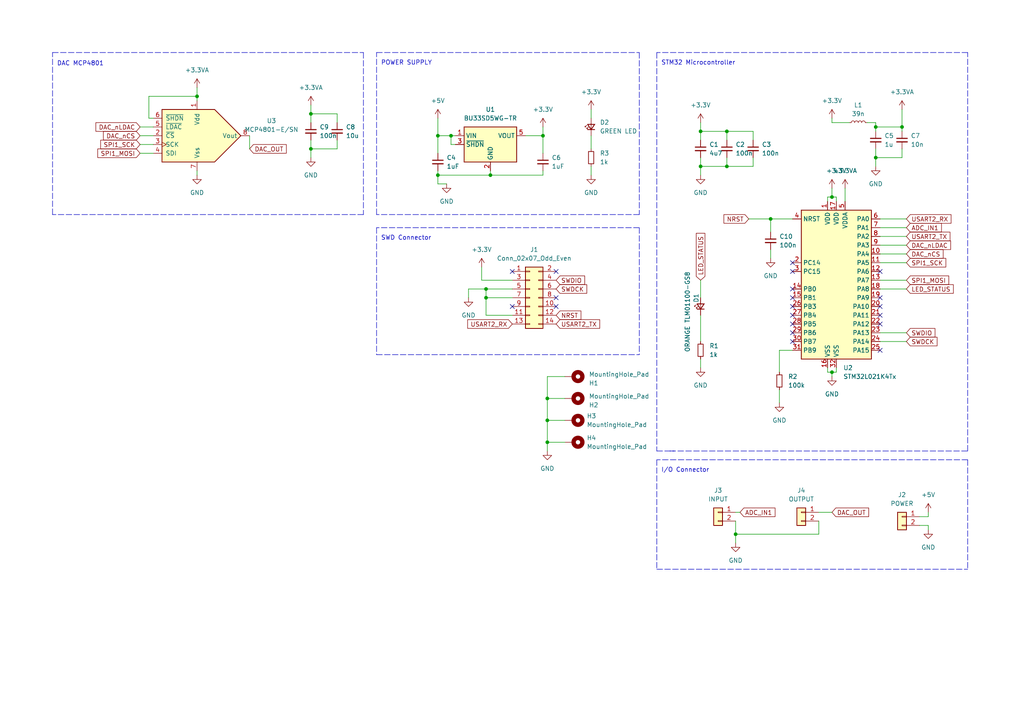
<source format=kicad_sch>
(kicad_sch (version 20211123) (generator eeschema)

  (uuid 7e98aeae-c375-4bb2-b636-1ceb13247568)

  (paper "A4")

  (lib_symbols
    (symbol "Analog_DAC:MCP4801" (pin_names (offset 1.016)) (in_bom yes) (on_board yes)
      (property "Reference" "U" (id 0) (at 1.27 10.795 0)
        (effects (font (size 1.27 1.27)) (justify left))
      )
      (property "Value" "MCP4801" (id 1) (at 1.27 8.89 0)
        (effects (font (size 1.27 1.27)) (justify left))
      )
      (property "Footprint" "" (id 2) (at 22.86 -2.54 0)
        (effects (font (size 1.27 1.27)) hide)
      )
      (property "Datasheet" "http://ww1.microchip.com/downloads/en/DeviceDoc/22244B.pdf" (id 3) (at 22.86 -2.54 0)
        (effects (font (size 1.27 1.27)) hide)
      )
      (property "ki_keywords" "8-Bit DAC SPI Reference 1ch" (id 4) (at 0 0 0)
        (effects (font (size 1.27 1.27)) hide)
      )
      (property "ki_description" "8-Bit D/A Converters with SPI Interface, internal Reference (2.048V)" (id 5) (at 0 0 0)
        (effects (font (size 1.27 1.27)) hide)
      )
      (property "ki_fp_filters" "DIP*W7.62mm* MSOP*3x3mm*P0.65mm* SOIC*3.9x4.9mm*P1.27mm*" (id 6) (at 0 0 0)
        (effects (font (size 1.27 1.27)) hide)
      )
      (symbol "MCP4801_0_0"
        (polyline
          (pts
            (xy 12.7 0)
            (xy 5.08 7.62)
            (xy -10.16 7.62)
            (xy -10.16 -7.62)
            (xy 5.08 -7.62)
            (xy 12.7 0)
          )
          (stroke (width 0.254) (type default) (color 0 0 0 0))
          (fill (type background))
        )
      )
      (symbol "MCP4801_1_1"
        (pin power_in line (at 0 10.16 270) (length 2.54)
          (name "Vdd" (effects (font (size 1.27 1.27))))
          (number "1" (effects (font (size 1.27 1.27))))
        )
        (pin input line (at -12.7 0 0) (length 2.54)
          (name "~{CS}" (effects (font (size 1.27 1.27))))
          (number "2" (effects (font (size 1.27 1.27))))
        )
        (pin input clock (at -12.7 -2.54 0) (length 2.54)
          (name "SCK" (effects (font (size 1.27 1.27))))
          (number "3" (effects (font (size 1.27 1.27))))
        )
        (pin input line (at -12.7 -5.08 0) (length 2.54)
          (name "SDI" (effects (font (size 1.27 1.27))))
          (number "4" (effects (font (size 1.27 1.27))))
        )
        (pin input line (at -12.7 2.54 0) (length 2.54)
          (name "~{LDAC}" (effects (font (size 1.27 1.27))))
          (number "5" (effects (font (size 1.27 1.27))))
        )
        (pin input line (at -12.7 5.08 0) (length 2.54)
          (name "~{SHDN}" (effects (font (size 1.27 1.27))))
          (number "6" (effects (font (size 1.27 1.27))))
        )
        (pin power_in line (at 0 -10.16 90) (length 2.54)
          (name "Vss" (effects (font (size 1.27 1.27))))
          (number "7" (effects (font (size 1.27 1.27))))
        )
        (pin output line (at 15.24 0 180) (length 2.54)
          (name "Vout" (effects (font (size 1.27 1.27))))
          (number "8" (effects (font (size 1.27 1.27))))
        )
      )
    )
    (symbol "Connector_Generic:Conn_01x02" (pin_names (offset 1.016) hide) (in_bom yes) (on_board yes)
      (property "Reference" "J" (id 0) (at 0 2.54 0)
        (effects (font (size 1.27 1.27)))
      )
      (property "Value" "Conn_01x02" (id 1) (at 0 -5.08 0)
        (effects (font (size 1.27 1.27)))
      )
      (property "Footprint" "" (id 2) (at 0 0 0)
        (effects (font (size 1.27 1.27)) hide)
      )
      (property "Datasheet" "~" (id 3) (at 0 0 0)
        (effects (font (size 1.27 1.27)) hide)
      )
      (property "ki_keywords" "connector" (id 4) (at 0 0 0)
        (effects (font (size 1.27 1.27)) hide)
      )
      (property "ki_description" "Generic connector, single row, 01x02, script generated (kicad-library-utils/schlib/autogen/connector/)" (id 5) (at 0 0 0)
        (effects (font (size 1.27 1.27)) hide)
      )
      (property "ki_fp_filters" "Connector*:*_1x??_*" (id 6) (at 0 0 0)
        (effects (font (size 1.27 1.27)) hide)
      )
      (symbol "Conn_01x02_1_1"
        (rectangle (start -1.27 -2.413) (end 0 -2.667)
          (stroke (width 0.1524) (type default) (color 0 0 0 0))
          (fill (type none))
        )
        (rectangle (start -1.27 0.127) (end 0 -0.127)
          (stroke (width 0.1524) (type default) (color 0 0 0 0))
          (fill (type none))
        )
        (rectangle (start -1.27 1.27) (end 1.27 -3.81)
          (stroke (width 0.254) (type default) (color 0 0 0 0))
          (fill (type background))
        )
        (pin passive line (at -5.08 0 0) (length 3.81)
          (name "Pin_1" (effects (font (size 1.27 1.27))))
          (number "1" (effects (font (size 1.27 1.27))))
        )
        (pin passive line (at -5.08 -2.54 0) (length 3.81)
          (name "Pin_2" (effects (font (size 1.27 1.27))))
          (number "2" (effects (font (size 1.27 1.27))))
        )
      )
    )
    (symbol "Connector_Generic:Conn_02x07_Odd_Even" (pin_names (offset 1.016) hide) (in_bom yes) (on_board yes)
      (property "Reference" "J" (id 0) (at 1.27 10.16 0)
        (effects (font (size 1.27 1.27)))
      )
      (property "Value" "Conn_02x07_Odd_Even" (id 1) (at 1.27 -10.16 0)
        (effects (font (size 1.27 1.27)))
      )
      (property "Footprint" "" (id 2) (at 0 0 0)
        (effects (font (size 1.27 1.27)) hide)
      )
      (property "Datasheet" "~" (id 3) (at 0 0 0)
        (effects (font (size 1.27 1.27)) hide)
      )
      (property "ki_keywords" "connector" (id 4) (at 0 0 0)
        (effects (font (size 1.27 1.27)) hide)
      )
      (property "ki_description" "Generic connector, double row, 02x07, odd/even pin numbering scheme (row 1 odd numbers, row 2 even numbers), script generated (kicad-library-utils/schlib/autogen/connector/)" (id 5) (at 0 0 0)
        (effects (font (size 1.27 1.27)) hide)
      )
      (property "ki_fp_filters" "Connector*:*_2x??_*" (id 6) (at 0 0 0)
        (effects (font (size 1.27 1.27)) hide)
      )
      (symbol "Conn_02x07_Odd_Even_1_1"
        (rectangle (start -1.27 -7.493) (end 0 -7.747)
          (stroke (width 0.1524) (type default) (color 0 0 0 0))
          (fill (type none))
        )
        (rectangle (start -1.27 -4.953) (end 0 -5.207)
          (stroke (width 0.1524) (type default) (color 0 0 0 0))
          (fill (type none))
        )
        (rectangle (start -1.27 -2.413) (end 0 -2.667)
          (stroke (width 0.1524) (type default) (color 0 0 0 0))
          (fill (type none))
        )
        (rectangle (start -1.27 0.127) (end 0 -0.127)
          (stroke (width 0.1524) (type default) (color 0 0 0 0))
          (fill (type none))
        )
        (rectangle (start -1.27 2.667) (end 0 2.413)
          (stroke (width 0.1524) (type default) (color 0 0 0 0))
          (fill (type none))
        )
        (rectangle (start -1.27 5.207) (end 0 4.953)
          (stroke (width 0.1524) (type default) (color 0 0 0 0))
          (fill (type none))
        )
        (rectangle (start -1.27 7.747) (end 0 7.493)
          (stroke (width 0.1524) (type default) (color 0 0 0 0))
          (fill (type none))
        )
        (rectangle (start -1.27 8.89) (end 3.81 -8.89)
          (stroke (width 0.254) (type default) (color 0 0 0 0))
          (fill (type background))
        )
        (rectangle (start 3.81 -7.493) (end 2.54 -7.747)
          (stroke (width 0.1524) (type default) (color 0 0 0 0))
          (fill (type none))
        )
        (rectangle (start 3.81 -4.953) (end 2.54 -5.207)
          (stroke (width 0.1524) (type default) (color 0 0 0 0))
          (fill (type none))
        )
        (rectangle (start 3.81 -2.413) (end 2.54 -2.667)
          (stroke (width 0.1524) (type default) (color 0 0 0 0))
          (fill (type none))
        )
        (rectangle (start 3.81 0.127) (end 2.54 -0.127)
          (stroke (width 0.1524) (type default) (color 0 0 0 0))
          (fill (type none))
        )
        (rectangle (start 3.81 2.667) (end 2.54 2.413)
          (stroke (width 0.1524) (type default) (color 0 0 0 0))
          (fill (type none))
        )
        (rectangle (start 3.81 5.207) (end 2.54 4.953)
          (stroke (width 0.1524) (type default) (color 0 0 0 0))
          (fill (type none))
        )
        (rectangle (start 3.81 7.747) (end 2.54 7.493)
          (stroke (width 0.1524) (type default) (color 0 0 0 0))
          (fill (type none))
        )
        (pin passive line (at -5.08 7.62 0) (length 3.81)
          (name "Pin_1" (effects (font (size 1.27 1.27))))
          (number "1" (effects (font (size 1.27 1.27))))
        )
        (pin passive line (at 7.62 -2.54 180) (length 3.81)
          (name "Pin_10" (effects (font (size 1.27 1.27))))
          (number "10" (effects (font (size 1.27 1.27))))
        )
        (pin passive line (at -5.08 -5.08 0) (length 3.81)
          (name "Pin_11" (effects (font (size 1.27 1.27))))
          (number "11" (effects (font (size 1.27 1.27))))
        )
        (pin passive line (at 7.62 -5.08 180) (length 3.81)
          (name "Pin_12" (effects (font (size 1.27 1.27))))
          (number "12" (effects (font (size 1.27 1.27))))
        )
        (pin passive line (at -5.08 -7.62 0) (length 3.81)
          (name "Pin_13" (effects (font (size 1.27 1.27))))
          (number "13" (effects (font (size 1.27 1.27))))
        )
        (pin passive line (at 7.62 -7.62 180) (length 3.81)
          (name "Pin_14" (effects (font (size 1.27 1.27))))
          (number "14" (effects (font (size 1.27 1.27))))
        )
        (pin passive line (at 7.62 7.62 180) (length 3.81)
          (name "Pin_2" (effects (font (size 1.27 1.27))))
          (number "2" (effects (font (size 1.27 1.27))))
        )
        (pin passive line (at -5.08 5.08 0) (length 3.81)
          (name "Pin_3" (effects (font (size 1.27 1.27))))
          (number "3" (effects (font (size 1.27 1.27))))
        )
        (pin passive line (at 7.62 5.08 180) (length 3.81)
          (name "Pin_4" (effects (font (size 1.27 1.27))))
          (number "4" (effects (font (size 1.27 1.27))))
        )
        (pin passive line (at -5.08 2.54 0) (length 3.81)
          (name "Pin_5" (effects (font (size 1.27 1.27))))
          (number "5" (effects (font (size 1.27 1.27))))
        )
        (pin passive line (at 7.62 2.54 180) (length 3.81)
          (name "Pin_6" (effects (font (size 1.27 1.27))))
          (number "6" (effects (font (size 1.27 1.27))))
        )
        (pin passive line (at -5.08 0 0) (length 3.81)
          (name "Pin_7" (effects (font (size 1.27 1.27))))
          (number "7" (effects (font (size 1.27 1.27))))
        )
        (pin passive line (at 7.62 0 180) (length 3.81)
          (name "Pin_8" (effects (font (size 1.27 1.27))))
          (number "8" (effects (font (size 1.27 1.27))))
        )
        (pin passive line (at -5.08 -2.54 0) (length 3.81)
          (name "Pin_9" (effects (font (size 1.27 1.27))))
          (number "9" (effects (font (size 1.27 1.27))))
        )
      )
    )
    (symbol "Device:C_Small" (pin_numbers hide) (pin_names (offset 0.254) hide) (in_bom yes) (on_board yes)
      (property "Reference" "C" (id 0) (at 0.254 1.778 0)
        (effects (font (size 1.27 1.27)) (justify left))
      )
      (property "Value" "C_Small" (id 1) (at 0.254 -2.032 0)
        (effects (font (size 1.27 1.27)) (justify left))
      )
      (property "Footprint" "" (id 2) (at 0 0 0)
        (effects (font (size 1.27 1.27)) hide)
      )
      (property "Datasheet" "~" (id 3) (at 0 0 0)
        (effects (font (size 1.27 1.27)) hide)
      )
      (property "ki_keywords" "capacitor cap" (id 4) (at 0 0 0)
        (effects (font (size 1.27 1.27)) hide)
      )
      (property "ki_description" "Unpolarized capacitor, small symbol" (id 5) (at 0 0 0)
        (effects (font (size 1.27 1.27)) hide)
      )
      (property "ki_fp_filters" "C_*" (id 6) (at 0 0 0)
        (effects (font (size 1.27 1.27)) hide)
      )
      (symbol "C_Small_0_1"
        (polyline
          (pts
            (xy -1.524 -0.508)
            (xy 1.524 -0.508)
          )
          (stroke (width 0.3302) (type default) (color 0 0 0 0))
          (fill (type none))
        )
        (polyline
          (pts
            (xy -1.524 0.508)
            (xy 1.524 0.508)
          )
          (stroke (width 0.3048) (type default) (color 0 0 0 0))
          (fill (type none))
        )
      )
      (symbol "C_Small_1_1"
        (pin passive line (at 0 2.54 270) (length 2.032)
          (name "~" (effects (font (size 1.27 1.27))))
          (number "1" (effects (font (size 1.27 1.27))))
        )
        (pin passive line (at 0 -2.54 90) (length 2.032)
          (name "~" (effects (font (size 1.27 1.27))))
          (number "2" (effects (font (size 1.27 1.27))))
        )
      )
    )
    (symbol "Device:LED_Small" (pin_numbers hide) (pin_names (offset 0.254) hide) (in_bom yes) (on_board yes)
      (property "Reference" "D" (id 0) (at -1.27 3.175 0)
        (effects (font (size 1.27 1.27)) (justify left))
      )
      (property "Value" "LED_Small" (id 1) (at -4.445 -2.54 0)
        (effects (font (size 1.27 1.27)) (justify left))
      )
      (property "Footprint" "" (id 2) (at 0 0 90)
        (effects (font (size 1.27 1.27)) hide)
      )
      (property "Datasheet" "~" (id 3) (at 0 0 90)
        (effects (font (size 1.27 1.27)) hide)
      )
      (property "ki_keywords" "LED diode light-emitting-diode" (id 4) (at 0 0 0)
        (effects (font (size 1.27 1.27)) hide)
      )
      (property "ki_description" "Light emitting diode, small symbol" (id 5) (at 0 0 0)
        (effects (font (size 1.27 1.27)) hide)
      )
      (property "ki_fp_filters" "LED* LED_SMD:* LED_THT:*" (id 6) (at 0 0 0)
        (effects (font (size 1.27 1.27)) hide)
      )
      (symbol "LED_Small_0_1"
        (polyline
          (pts
            (xy -0.762 -1.016)
            (xy -0.762 1.016)
          )
          (stroke (width 0.254) (type default) (color 0 0 0 0))
          (fill (type none))
        )
        (polyline
          (pts
            (xy 1.016 0)
            (xy -0.762 0)
          )
          (stroke (width 0) (type default) (color 0 0 0 0))
          (fill (type none))
        )
        (polyline
          (pts
            (xy 0.762 -1.016)
            (xy -0.762 0)
            (xy 0.762 1.016)
            (xy 0.762 -1.016)
          )
          (stroke (width 0.254) (type default) (color 0 0 0 0))
          (fill (type none))
        )
        (polyline
          (pts
            (xy 0 0.762)
            (xy -0.508 1.27)
            (xy -0.254 1.27)
            (xy -0.508 1.27)
            (xy -0.508 1.016)
          )
          (stroke (width 0) (type default) (color 0 0 0 0))
          (fill (type none))
        )
        (polyline
          (pts
            (xy 0.508 1.27)
            (xy 0 1.778)
            (xy 0.254 1.778)
            (xy 0 1.778)
            (xy 0 1.524)
          )
          (stroke (width 0) (type default) (color 0 0 0 0))
          (fill (type none))
        )
      )
      (symbol "LED_Small_1_1"
        (pin passive line (at -2.54 0 0) (length 1.778)
          (name "K" (effects (font (size 1.27 1.27))))
          (number "1" (effects (font (size 1.27 1.27))))
        )
        (pin passive line (at 2.54 0 180) (length 1.778)
          (name "A" (effects (font (size 1.27 1.27))))
          (number "2" (effects (font (size 1.27 1.27))))
        )
      )
    )
    (symbol "Device:L_Small" (pin_numbers hide) (pin_names (offset 0.254) hide) (in_bom yes) (on_board yes)
      (property "Reference" "L" (id 0) (at 0.762 1.016 0)
        (effects (font (size 1.27 1.27)) (justify left))
      )
      (property "Value" "L_Small" (id 1) (at 0.762 -1.016 0)
        (effects (font (size 1.27 1.27)) (justify left))
      )
      (property "Footprint" "" (id 2) (at 0 0 0)
        (effects (font (size 1.27 1.27)) hide)
      )
      (property "Datasheet" "~" (id 3) (at 0 0 0)
        (effects (font (size 1.27 1.27)) hide)
      )
      (property "ki_keywords" "inductor choke coil reactor magnetic" (id 4) (at 0 0 0)
        (effects (font (size 1.27 1.27)) hide)
      )
      (property "ki_description" "Inductor, small symbol" (id 5) (at 0 0 0)
        (effects (font (size 1.27 1.27)) hide)
      )
      (property "ki_fp_filters" "Choke_* *Coil* Inductor_* L_*" (id 6) (at 0 0 0)
        (effects (font (size 1.27 1.27)) hide)
      )
      (symbol "L_Small_0_1"
        (arc (start 0 -2.032) (mid 0.508 -1.524) (end 0 -1.016)
          (stroke (width 0) (type default) (color 0 0 0 0))
          (fill (type none))
        )
        (arc (start 0 -1.016) (mid 0.508 -0.508) (end 0 0)
          (stroke (width 0) (type default) (color 0 0 0 0))
          (fill (type none))
        )
        (arc (start 0 0) (mid 0.508 0.508) (end 0 1.016)
          (stroke (width 0) (type default) (color 0 0 0 0))
          (fill (type none))
        )
        (arc (start 0 1.016) (mid 0.508 1.524) (end 0 2.032)
          (stroke (width 0) (type default) (color 0 0 0 0))
          (fill (type none))
        )
      )
      (symbol "L_Small_1_1"
        (pin passive line (at 0 2.54 270) (length 0.508)
          (name "~" (effects (font (size 1.27 1.27))))
          (number "1" (effects (font (size 1.27 1.27))))
        )
        (pin passive line (at 0 -2.54 90) (length 0.508)
          (name "~" (effects (font (size 1.27 1.27))))
          (number "2" (effects (font (size 1.27 1.27))))
        )
      )
    )
    (symbol "Device:R_Small" (pin_numbers hide) (pin_names (offset 0.254) hide) (in_bom yes) (on_board yes)
      (property "Reference" "R" (id 0) (at 0.762 0.508 0)
        (effects (font (size 1.27 1.27)) (justify left))
      )
      (property "Value" "R_Small" (id 1) (at 0.762 -1.016 0)
        (effects (font (size 1.27 1.27)) (justify left))
      )
      (property "Footprint" "" (id 2) (at 0 0 0)
        (effects (font (size 1.27 1.27)) hide)
      )
      (property "Datasheet" "~" (id 3) (at 0 0 0)
        (effects (font (size 1.27 1.27)) hide)
      )
      (property "ki_keywords" "R resistor" (id 4) (at 0 0 0)
        (effects (font (size 1.27 1.27)) hide)
      )
      (property "ki_description" "Resistor, small symbol" (id 5) (at 0 0 0)
        (effects (font (size 1.27 1.27)) hide)
      )
      (property "ki_fp_filters" "R_*" (id 6) (at 0 0 0)
        (effects (font (size 1.27 1.27)) hide)
      )
      (symbol "R_Small_0_1"
        (rectangle (start -0.762 1.778) (end 0.762 -1.778)
          (stroke (width 0.2032) (type default) (color 0 0 0 0))
          (fill (type none))
        )
      )
      (symbol "R_Small_1_1"
        (pin passive line (at 0 2.54 270) (length 0.762)
          (name "~" (effects (font (size 1.27 1.27))))
          (number "1" (effects (font (size 1.27 1.27))))
        )
        (pin passive line (at 0 -2.54 90) (length 0.762)
          (name "~" (effects (font (size 1.27 1.27))))
          (number "2" (effects (font (size 1.27 1.27))))
        )
      )
    )
    (symbol "MCU_ST_STM32L0:STM32L021K4Tx" (in_bom yes) (on_board yes)
      (property "Reference" "U" (id 0) (at -10.16 21.59 0)
        (effects (font (size 1.27 1.27)) (justify left))
      )
      (property "Value" "STM32L021K4Tx" (id 1) (at 5.08 21.59 0)
        (effects (font (size 1.27 1.27)) (justify left))
      )
      (property "Footprint" "Package_QFP:LQFP-32_7x7mm_P0.8mm" (id 2) (at -10.16 -22.86 0)
        (effects (font (size 1.27 1.27)) (justify right) hide)
      )
      (property "Datasheet" "http://www.st.com/st-web-ui/static/active/en/resource/technical/document/datasheet/DM00206858.pdf" (id 3) (at 0 0 0)
        (effects (font (size 1.27 1.27)) hide)
      )
      (property "ki_keywords" "ARM Cortex-M0+ STM32L0 STM32L0x1" (id 4) (at 0 0 0)
        (effects (font (size 1.27 1.27)) hide)
      )
      (property "ki_description" "ARM Cortex-M0+ MCU, 16KB flash, 2KB RAM, 32MHz, 1.65-3.6V, 26 GPIO, LQFP-32" (id 5) (at 0 0 0)
        (effects (font (size 1.27 1.27)) hide)
      )
      (property "ki_fp_filters" "LQFP*7x7mm*P0.8mm*" (id 6) (at 0 0 0)
        (effects (font (size 1.27 1.27)) hide)
      )
      (symbol "STM32L021K4Tx_0_1"
        (rectangle (start -10.16 -22.86) (end 10.16 20.32)
          (stroke (width 0.254) (type default) (color 0 0 0 0))
          (fill (type background))
        )
      )
      (symbol "STM32L021K4Tx_1_1"
        (pin power_in line (at -2.54 22.86 270) (length 2.54)
          (name "VDD" (effects (font (size 1.27 1.27))))
          (number "1" (effects (font (size 1.27 1.27))))
        )
        (pin bidirectional line (at 12.7 7.62 180) (length 2.54)
          (name "PA4" (effects (font (size 1.27 1.27))))
          (number "10" (effects (font (size 1.27 1.27))))
        )
        (pin bidirectional line (at 12.7 5.08 180) (length 2.54)
          (name "PA5" (effects (font (size 1.27 1.27))))
          (number "11" (effects (font (size 1.27 1.27))))
        )
        (pin bidirectional line (at 12.7 2.54 180) (length 2.54)
          (name "PA6" (effects (font (size 1.27 1.27))))
          (number "12" (effects (font (size 1.27 1.27))))
        )
        (pin bidirectional line (at 12.7 0 180) (length 2.54)
          (name "PA7" (effects (font (size 1.27 1.27))))
          (number "13" (effects (font (size 1.27 1.27))))
        )
        (pin bidirectional line (at -12.7 -2.54 0) (length 2.54)
          (name "PB0" (effects (font (size 1.27 1.27))))
          (number "14" (effects (font (size 1.27 1.27))))
        )
        (pin bidirectional line (at -12.7 -5.08 0) (length 2.54)
          (name "PB1" (effects (font (size 1.27 1.27))))
          (number "15" (effects (font (size 1.27 1.27))))
        )
        (pin power_in line (at -2.54 -25.4 90) (length 2.54)
          (name "VSS" (effects (font (size 1.27 1.27))))
          (number "16" (effects (font (size 1.27 1.27))))
        )
        (pin power_in line (at 0 22.86 270) (length 2.54)
          (name "VDD" (effects (font (size 1.27 1.27))))
          (number "17" (effects (font (size 1.27 1.27))))
        )
        (pin bidirectional line (at 12.7 -2.54 180) (length 2.54)
          (name "PA8" (effects (font (size 1.27 1.27))))
          (number "18" (effects (font (size 1.27 1.27))))
        )
        (pin bidirectional line (at 12.7 -5.08 180) (length 2.54)
          (name "PA9" (effects (font (size 1.27 1.27))))
          (number "19" (effects (font (size 1.27 1.27))))
        )
        (pin bidirectional line (at -12.7 5.08 0) (length 2.54)
          (name "PC14" (effects (font (size 1.27 1.27))))
          (number "2" (effects (font (size 1.27 1.27))))
        )
        (pin bidirectional line (at 12.7 -7.62 180) (length 2.54)
          (name "PA10" (effects (font (size 1.27 1.27))))
          (number "20" (effects (font (size 1.27 1.27))))
        )
        (pin bidirectional line (at 12.7 -10.16 180) (length 2.54)
          (name "PA11" (effects (font (size 1.27 1.27))))
          (number "21" (effects (font (size 1.27 1.27))))
        )
        (pin bidirectional line (at 12.7 -12.7 180) (length 2.54)
          (name "PA12" (effects (font (size 1.27 1.27))))
          (number "22" (effects (font (size 1.27 1.27))))
        )
        (pin bidirectional line (at 12.7 -15.24 180) (length 2.54)
          (name "PA13" (effects (font (size 1.27 1.27))))
          (number "23" (effects (font (size 1.27 1.27))))
        )
        (pin bidirectional line (at 12.7 -17.78 180) (length 2.54)
          (name "PA14" (effects (font (size 1.27 1.27))))
          (number "24" (effects (font (size 1.27 1.27))))
        )
        (pin bidirectional line (at 12.7 -20.32 180) (length 2.54)
          (name "PA15" (effects (font (size 1.27 1.27))))
          (number "25" (effects (font (size 1.27 1.27))))
        )
        (pin bidirectional line (at -12.7 -7.62 0) (length 2.54)
          (name "PB3" (effects (font (size 1.27 1.27))))
          (number "26" (effects (font (size 1.27 1.27))))
        )
        (pin bidirectional line (at -12.7 -10.16 0) (length 2.54)
          (name "PB4" (effects (font (size 1.27 1.27))))
          (number "27" (effects (font (size 1.27 1.27))))
        )
        (pin bidirectional line (at -12.7 -12.7 0) (length 2.54)
          (name "PB5" (effects (font (size 1.27 1.27))))
          (number "28" (effects (font (size 1.27 1.27))))
        )
        (pin bidirectional line (at -12.7 -15.24 0) (length 2.54)
          (name "PB6" (effects (font (size 1.27 1.27))))
          (number "29" (effects (font (size 1.27 1.27))))
        )
        (pin bidirectional line (at -12.7 2.54 0) (length 2.54)
          (name "PC15" (effects (font (size 1.27 1.27))))
          (number "3" (effects (font (size 1.27 1.27))))
        )
        (pin bidirectional line (at -12.7 -17.78 0) (length 2.54)
          (name "PB7" (effects (font (size 1.27 1.27))))
          (number "30" (effects (font (size 1.27 1.27))))
        )
        (pin bidirectional line (at -12.7 -20.32 0) (length 2.54)
          (name "PB9" (effects (font (size 1.27 1.27))))
          (number "31" (effects (font (size 1.27 1.27))))
        )
        (pin power_in line (at 0 -25.4 90) (length 2.54)
          (name "VSS" (effects (font (size 1.27 1.27))))
          (number "32" (effects (font (size 1.27 1.27))))
        )
        (pin input line (at -12.7 17.78 0) (length 2.54)
          (name "NRST" (effects (font (size 1.27 1.27))))
          (number "4" (effects (font (size 1.27 1.27))))
        )
        (pin power_in line (at 2.54 22.86 270) (length 2.54)
          (name "VDDA" (effects (font (size 1.27 1.27))))
          (number "5" (effects (font (size 1.27 1.27))))
        )
        (pin bidirectional line (at 12.7 17.78 180) (length 2.54)
          (name "PA0" (effects (font (size 1.27 1.27))))
          (number "6" (effects (font (size 1.27 1.27))))
        )
        (pin bidirectional line (at 12.7 15.24 180) (length 2.54)
          (name "PA1" (effects (font (size 1.27 1.27))))
          (number "7" (effects (font (size 1.27 1.27))))
        )
        (pin bidirectional line (at 12.7 12.7 180) (length 2.54)
          (name "PA2" (effects (font (size 1.27 1.27))))
          (number "8" (effects (font (size 1.27 1.27))))
        )
        (pin bidirectional line (at 12.7 10.16 180) (length 2.54)
          (name "PA3" (effects (font (size 1.27 1.27))))
          (number "9" (effects (font (size 1.27 1.27))))
        )
      )
    )
    (symbol "Mechanical:MountingHole_Pad" (pin_numbers hide) (pin_names (offset 1.016) hide) (in_bom yes) (on_board yes)
      (property "Reference" "H" (id 0) (at 0 6.35 0)
        (effects (font (size 1.27 1.27)))
      )
      (property "Value" "MountingHole_Pad" (id 1) (at 0 4.445 0)
        (effects (font (size 1.27 1.27)))
      )
      (property "Footprint" "" (id 2) (at 0 0 0)
        (effects (font (size 1.27 1.27)) hide)
      )
      (property "Datasheet" "~" (id 3) (at 0 0 0)
        (effects (font (size 1.27 1.27)) hide)
      )
      (property "ki_keywords" "mounting hole" (id 4) (at 0 0 0)
        (effects (font (size 1.27 1.27)) hide)
      )
      (property "ki_description" "Mounting Hole with connection" (id 5) (at 0 0 0)
        (effects (font (size 1.27 1.27)) hide)
      )
      (property "ki_fp_filters" "MountingHole*Pad*" (id 6) (at 0 0 0)
        (effects (font (size 1.27 1.27)) hide)
      )
      (symbol "MountingHole_Pad_0_1"
        (circle (center 0 1.27) (radius 1.27)
          (stroke (width 1.27) (type default) (color 0 0 0 0))
          (fill (type none))
        )
      )
      (symbol "MountingHole_Pad_1_1"
        (pin input line (at 0 -2.54 90) (length 2.54)
          (name "1" (effects (font (size 1.27 1.27))))
          (number "1" (effects (font (size 1.27 1.27))))
        )
      )
    )
    (symbol "Regulator_Linear:MCP1802x-xx02xOT" (in_bom yes) (on_board yes)
      (property "Reference" "U" (id 0) (at -6.35 6.35 0)
        (effects (font (size 1.27 1.27)) (justify left))
      )
      (property "Value" "MCP1802x-xx02xOT" (id 1) (at 0 6.35 0)
        (effects (font (size 1.27 1.27)) (justify left))
      )
      (property "Footprint" "Package_TO_SOT_SMD:SOT-23-5" (id 2) (at -6.35 8.89 0)
        (effects (font (size 1.27 1.27) italic) (justify left) hide)
      )
      (property "Datasheet" "http://ww1.microchip.com/downloads/en/DeviceDoc/22053C.pdf" (id 3) (at 0 -2.54 0)
        (effects (font (size 1.27 1.27)) hide)
      )
      (property "ki_keywords" "LDO Linear Voltage Regulator" (id 4) (at 0 0 0)
        (effects (font (size 1.27 1.27)) hide)
      )
      (property "ki_description" "150mA, Tiny CMOS LDO With Shutdown, Fixed Voltage, SOT-23-5" (id 5) (at 0 0 0)
        (effects (font (size 1.27 1.27)) hide)
      )
      (property "ki_fp_filters" "SOT?23*" (id 6) (at 0 0 0)
        (effects (font (size 1.27 1.27)) hide)
      )
      (symbol "MCP1802x-xx02xOT_0_1"
        (rectangle (start -7.62 5.08) (end 7.62 -5.08)
          (stroke (width 0.254) (type default) (color 0 0 0 0))
          (fill (type background))
        )
      )
      (symbol "MCP1802x-xx02xOT_1_1"
        (pin power_in line (at -10.16 2.54 0) (length 2.54)
          (name "VIN" (effects (font (size 1.27 1.27))))
          (number "1" (effects (font (size 1.27 1.27))))
        )
        (pin power_in line (at 0 -7.62 90) (length 2.54)
          (name "GND" (effects (font (size 1.27 1.27))))
          (number "2" (effects (font (size 1.27 1.27))))
        )
        (pin input line (at -10.16 0 0) (length 2.54)
          (name "~{SHDN}" (effects (font (size 1.27 1.27))))
          (number "3" (effects (font (size 1.27 1.27))))
        )
        (pin no_connect line (at 7.62 0 180) (length 2.54) hide
          (name "NC" (effects (font (size 1.27 1.27))))
          (number "4" (effects (font (size 1.27 1.27))))
        )
        (pin power_out line (at 10.16 2.54 180) (length 2.54)
          (name "VOUT" (effects (font (size 1.27 1.27))))
          (number "5" (effects (font (size 1.27 1.27))))
        )
      )
    )
    (symbol "power:+3.3V" (power) (pin_names (offset 0)) (in_bom yes) (on_board yes)
      (property "Reference" "#PWR" (id 0) (at 0 -3.81 0)
        (effects (font (size 1.27 1.27)) hide)
      )
      (property "Value" "+3.3V" (id 1) (at 0 3.556 0)
        (effects (font (size 1.27 1.27)))
      )
      (property "Footprint" "" (id 2) (at 0 0 0)
        (effects (font (size 1.27 1.27)) hide)
      )
      (property "Datasheet" "" (id 3) (at 0 0 0)
        (effects (font (size 1.27 1.27)) hide)
      )
      (property "ki_keywords" "power-flag" (id 4) (at 0 0 0)
        (effects (font (size 1.27 1.27)) hide)
      )
      (property "ki_description" "Power symbol creates a global label with name \"+3.3V\"" (id 5) (at 0 0 0)
        (effects (font (size 1.27 1.27)) hide)
      )
      (symbol "+3.3V_0_1"
        (polyline
          (pts
            (xy -0.762 1.27)
            (xy 0 2.54)
          )
          (stroke (width 0) (type default) (color 0 0 0 0))
          (fill (type none))
        )
        (polyline
          (pts
            (xy 0 0)
            (xy 0 2.54)
          )
          (stroke (width 0) (type default) (color 0 0 0 0))
          (fill (type none))
        )
        (polyline
          (pts
            (xy 0 2.54)
            (xy 0.762 1.27)
          )
          (stroke (width 0) (type default) (color 0 0 0 0))
          (fill (type none))
        )
      )
      (symbol "+3.3V_1_1"
        (pin power_in line (at 0 0 90) (length 0) hide
          (name "+3.3V" (effects (font (size 1.27 1.27))))
          (number "1" (effects (font (size 1.27 1.27))))
        )
      )
    )
    (symbol "power:+3.3VA" (power) (pin_names (offset 0)) (in_bom yes) (on_board yes)
      (property "Reference" "#PWR" (id 0) (at 0 -3.81 0)
        (effects (font (size 1.27 1.27)) hide)
      )
      (property "Value" "+3.3VA" (id 1) (at 0 3.556 0)
        (effects (font (size 1.27 1.27)))
      )
      (property "Footprint" "" (id 2) (at 0 0 0)
        (effects (font (size 1.27 1.27)) hide)
      )
      (property "Datasheet" "" (id 3) (at 0 0 0)
        (effects (font (size 1.27 1.27)) hide)
      )
      (property "ki_keywords" "power-flag" (id 4) (at 0 0 0)
        (effects (font (size 1.27 1.27)) hide)
      )
      (property "ki_description" "Power symbol creates a global label with name \"+3.3VA\"" (id 5) (at 0 0 0)
        (effects (font (size 1.27 1.27)) hide)
      )
      (symbol "+3.3VA_0_1"
        (polyline
          (pts
            (xy -0.762 1.27)
            (xy 0 2.54)
          )
          (stroke (width 0) (type default) (color 0 0 0 0))
          (fill (type none))
        )
        (polyline
          (pts
            (xy 0 0)
            (xy 0 2.54)
          )
          (stroke (width 0) (type default) (color 0 0 0 0))
          (fill (type none))
        )
        (polyline
          (pts
            (xy 0 2.54)
            (xy 0.762 1.27)
          )
          (stroke (width 0) (type default) (color 0 0 0 0))
          (fill (type none))
        )
      )
      (symbol "+3.3VA_1_1"
        (pin power_in line (at 0 0 90) (length 0) hide
          (name "+3.3VA" (effects (font (size 1.27 1.27))))
          (number "1" (effects (font (size 1.27 1.27))))
        )
      )
    )
    (symbol "power:+5V" (power) (pin_names (offset 0)) (in_bom yes) (on_board yes)
      (property "Reference" "#PWR" (id 0) (at 0 -3.81 0)
        (effects (font (size 1.27 1.27)) hide)
      )
      (property "Value" "+5V" (id 1) (at 0 3.556 0)
        (effects (font (size 1.27 1.27)))
      )
      (property "Footprint" "" (id 2) (at 0 0 0)
        (effects (font (size 1.27 1.27)) hide)
      )
      (property "Datasheet" "" (id 3) (at 0 0 0)
        (effects (font (size 1.27 1.27)) hide)
      )
      (property "ki_keywords" "power-flag" (id 4) (at 0 0 0)
        (effects (font (size 1.27 1.27)) hide)
      )
      (property "ki_description" "Power symbol creates a global label with name \"+5V\"" (id 5) (at 0 0 0)
        (effects (font (size 1.27 1.27)) hide)
      )
      (symbol "+5V_0_1"
        (polyline
          (pts
            (xy -0.762 1.27)
            (xy 0 2.54)
          )
          (stroke (width 0) (type default) (color 0 0 0 0))
          (fill (type none))
        )
        (polyline
          (pts
            (xy 0 0)
            (xy 0 2.54)
          )
          (stroke (width 0) (type default) (color 0 0 0 0))
          (fill (type none))
        )
        (polyline
          (pts
            (xy 0 2.54)
            (xy 0.762 1.27)
          )
          (stroke (width 0) (type default) (color 0 0 0 0))
          (fill (type none))
        )
      )
      (symbol "+5V_1_1"
        (pin power_in line (at 0 0 90) (length 0) hide
          (name "+5V" (effects (font (size 1.27 1.27))))
          (number "1" (effects (font (size 1.27 1.27))))
        )
      )
    )
    (symbol "power:GND" (power) (pin_names (offset 0)) (in_bom yes) (on_board yes)
      (property "Reference" "#PWR" (id 0) (at 0 -6.35 0)
        (effects (font (size 1.27 1.27)) hide)
      )
      (property "Value" "GND" (id 1) (at 0 -3.81 0)
        (effects (font (size 1.27 1.27)))
      )
      (property "Footprint" "" (id 2) (at 0 0 0)
        (effects (font (size 1.27 1.27)) hide)
      )
      (property "Datasheet" "" (id 3) (at 0 0 0)
        (effects (font (size 1.27 1.27)) hide)
      )
      (property "ki_keywords" "power-flag" (id 4) (at 0 0 0)
        (effects (font (size 1.27 1.27)) hide)
      )
      (property "ki_description" "Power symbol creates a global label with name \"GND\" , ground" (id 5) (at 0 0 0)
        (effects (font (size 1.27 1.27)) hide)
      )
      (symbol "GND_0_1"
        (polyline
          (pts
            (xy 0 0)
            (xy 0 -1.27)
            (xy 1.27 -1.27)
            (xy 0 -2.54)
            (xy -1.27 -1.27)
            (xy 0 -1.27)
          )
          (stroke (width 0) (type default) (color 0 0 0 0))
          (fill (type none))
        )
      )
      (symbol "GND_1_1"
        (pin power_in line (at 0 0 270) (length 0) hide
          (name "GND" (effects (font (size 1.27 1.27))))
          (number "1" (effects (font (size 1.27 1.27))))
        )
      )
    )
  )

  (junction (at 203.2 48.26) (diameter 0) (color 0 0 0 0)
    (uuid 04d79deb-9976-4c78-9c77-acb49ee5a3e9)
  )
  (junction (at 241.3 107.95) (diameter 0) (color 0 0 0 0)
    (uuid 056d3af3-46ec-40b2-8982-0481a71605fb)
  )
  (junction (at 90.17 43.18) (diameter 0) (color 0 0 0 0)
    (uuid 0b4cb207-e811-4ac3-beda-107fb8480d2a)
  )
  (junction (at 158.75 121.92) (diameter 0) (color 0 0 0 0)
    (uuid 130e8afb-475b-4615-bd82-8c3896432744)
  )
  (junction (at 57.15 27.94) (diameter 0) (color 0 0 0 0)
    (uuid 1e9d18c9-2145-4d24-b7fb-e7d38d839bd2)
  )
  (junction (at 254 45.72) (diameter 0) (color 0 0 0 0)
    (uuid 232aafc3-00c0-46cd-9ed1-c136b5df53af)
  )
  (junction (at 158.75 128.27) (diameter 0) (color 0 0 0 0)
    (uuid 29b74e50-31ab-402c-88b2-3ec22dc30de8)
  )
  (junction (at 157.48 39.37) (diameter 0) (color 0 0 0 0)
    (uuid 36b866cd-ac69-438c-887e-28d270e98e7a)
  )
  (junction (at 127 39.37) (diameter 0) (color 0 0 0 0)
    (uuid 3a75bfea-f390-4d28-88cf-1bf22e6cb780)
  )
  (junction (at 261.62 36.83) (diameter 0) (color 0 0 0 0)
    (uuid 3ab25a8b-966b-4c05-b5b2-9f019d5098d6)
  )
  (junction (at 203.2 38.1) (diameter 0) (color 0 0 0 0)
    (uuid 51c8085d-c9c6-4e5d-b3ff-fd2e999e971a)
  )
  (junction (at 210.82 38.1) (diameter 0) (color 0 0 0 0)
    (uuid 51ea62cf-2a27-4456-ae08-139e661497b9)
  )
  (junction (at 127 50.8) (diameter 0) (color 0 0 0 0)
    (uuid 54fc9348-f9c9-4b89-80a6-8fc95b7465e0)
  )
  (junction (at 130.81 39.37) (diameter 0) (color 0 0 0 0)
    (uuid 58530dbf-10c2-4864-bc0a-a8c00751f513)
  )
  (junction (at 210.82 48.26) (diameter 0) (color 0 0 0 0)
    (uuid 5edacf54-513a-4021-9264-67711fc65e78)
  )
  (junction (at 90.17 33.02) (diameter 0) (color 0 0 0 0)
    (uuid 6e0d8a93-bf8d-4ab6-bac2-bba821a9d84a)
  )
  (junction (at 254 36.83) (diameter 0) (color 0 0 0 0)
    (uuid 81041495-abdd-400d-96d3-ed532153de9a)
  )
  (junction (at 142.24 50.8) (diameter 0) (color 0 0 0 0)
    (uuid 93e2d6c1-78a3-430f-afb1-0f067b5e7ddb)
  )
  (junction (at 140.97 86.36) (diameter 0) (color 0 0 0 0)
    (uuid 95aea177-3599-48eb-a2ba-ede1070fcf3f)
  )
  (junction (at 140.97 83.82) (diameter 0) (color 0 0 0 0)
    (uuid 96d89451-50af-4e6f-a009-9381c7c86d69)
  )
  (junction (at 241.3 57.15) (diameter 0) (color 0 0 0 0)
    (uuid a4b176e1-ce3d-42e1-93e4-4f35d577e19b)
  )
  (junction (at 158.75 115.57) (diameter 0) (color 0 0 0 0)
    (uuid d6ece202-0556-4d20-acc1-b8123ad44c42)
  )
  (junction (at 223.52 63.5) (diameter 0) (color 0 0 0 0)
    (uuid dd259172-8b35-4d72-9cfa-98ea469c1695)
  )
  (junction (at 213.36 154.94) (diameter 0) (color 0 0 0 0)
    (uuid fe3b8ebf-cbdd-474a-b507-199557ebfc7c)
  )

  (no_connect (at 229.87 88.9) (uuid 08141f5d-0f7d-4deb-a580-73d411ce8af5))
  (no_connect (at 255.27 91.44) (uuid 0859b17c-ca42-4cad-b431-22da891fd1b1))
  (no_connect (at 255.27 86.36) (uuid 1ea75be5-4861-4135-ba35-4a83452615a9))
  (no_connect (at 161.29 86.36) (uuid 25f729e1-ff16-484f-952f-5c2d44073f34))
  (no_connect (at 255.27 78.74) (uuid 3a198aeb-a3b8-4d84-9fdb-a4eaf6aa19f5))
  (no_connect (at 229.87 99.06) (uuid 3cbc994f-435e-40fe-ac64-09099ceea8b4))
  (no_connect (at 255.27 101.6) (uuid 4da75909-4aa4-4274-b8c1-3bb6874cc667))
  (no_connect (at 229.87 83.82) (uuid 502d7df4-f569-472b-90f0-c2b4293761b3))
  (no_connect (at 161.29 88.9) (uuid 535b7895-1113-4a0f-b3cd-5291a5140739))
  (no_connect (at 229.87 93.98) (uuid 7ea537e3-268f-4ff1-b8f8-1b48080cd8b7))
  (no_connect (at 229.87 78.74) (uuid 8bfb693d-24fc-457c-b3bd-86344a95c42e))
  (no_connect (at 229.87 86.36) (uuid 8cffd86d-f70d-4a4b-853e-230c2cebbf98))
  (no_connect (at 255.27 93.98) (uuid 9ebdcf3d-8bd0-4c86-8721-d31fec648c34))
  (no_connect (at 229.87 91.44) (uuid bfc362cc-2c61-4083-9b93-1cc85187afd3))
  (no_connect (at 148.59 88.9) (uuid cf2086b8-285b-4f79-9c16-d21ba2d9f54d))
  (no_connect (at 255.27 88.9) (uuid cfbecd3d-a620-4ae7-864e-19c2a92eca2f))
  (no_connect (at 148.59 78.74) (uuid d2f69cbf-5d1c-4b1e-894b-64875add6cbd))
  (no_connect (at 161.29 78.74) (uuid e0a3d170-ae8a-44dc-93b8-7b1f6808c321))
  (no_connect (at 229.87 76.2) (uuid e90a13d5-f4ad-49f8-a571-40c246bf073c))
  (no_connect (at 229.87 96.52) (uuid ed574080-c33d-44b6-937c-870e9e97e216))

  (wire (pts (xy 261.62 36.83) (xy 261.62 38.1))
    (stroke (width 0) (type default) (color 0 0 0 0))
    (uuid 04c136ff-22ef-4f3a-8eae-df2373166cf3)
  )
  (wire (pts (xy 157.48 39.37) (xy 157.48 44.45))
    (stroke (width 0) (type default) (color 0 0 0 0))
    (uuid 070e1283-a46b-4708-a78a-7f21d0ad929a)
  )
  (wire (pts (xy 40.64 44.45) (xy 44.45 44.45))
    (stroke (width 0) (type default) (color 0 0 0 0))
    (uuid 07a5d468-2fb9-4c85-b099-03f4378f5518)
  )
  (polyline (pts (xy 280.67 130.81) (xy 280.67 15.24))
    (stroke (width 0) (type default) (color 0 0 0 0))
    (uuid 088d5681-d368-4324-b9d0-909ec3f682a9)
  )

  (wire (pts (xy 140.97 83.82) (xy 135.89 83.82))
    (stroke (width 0) (type default) (color 0 0 0 0))
    (uuid 088e950d-680f-48cc-a9f5-9a3e8e0f251f)
  )
  (wire (pts (xy 148.59 86.36) (xy 140.97 86.36))
    (stroke (width 0) (type default) (color 0 0 0 0))
    (uuid 093366ed-3e3e-433b-bb14-398961beed06)
  )
  (wire (pts (xy 255.27 99.06) (xy 262.89 99.06))
    (stroke (width 0) (type default) (color 0 0 0 0))
    (uuid 09b9715a-6805-4562-8e42-44bad57ffb08)
  )
  (wire (pts (xy 261.62 43.18) (xy 261.62 45.72))
    (stroke (width 0) (type default) (color 0 0 0 0))
    (uuid 0fcde67e-301e-4385-9f61-b84c3dfcfa8c)
  )
  (wire (pts (xy 127 50.8) (xy 142.24 50.8))
    (stroke (width 0) (type default) (color 0 0 0 0))
    (uuid 0ff5b928-af8c-4dac-a9bc-40446999e546)
  )
  (wire (pts (xy 218.44 45.72) (xy 218.44 48.26))
    (stroke (width 0) (type default) (color 0 0 0 0))
    (uuid 107e236b-5341-4799-9bbf-170cf420fd8b)
  )
  (polyline (pts (xy 190.5 165.1) (xy 280.67 165.1))
    (stroke (width 0) (type default) (color 0 0 0 0))
    (uuid 123f121f-35df-4d54-8741-0ff04b3990b4)
  )

  (wire (pts (xy 254 35.56) (xy 254 36.83))
    (stroke (width 0) (type default) (color 0 0 0 0))
    (uuid 1451e564-e8da-439b-a4a0-a2c55020b0f9)
  )
  (wire (pts (xy 226.06 113.03) (xy 226.06 116.84))
    (stroke (width 0) (type default) (color 0 0 0 0))
    (uuid 157c178c-7769-46e8-8a21-27a029875606)
  )
  (wire (pts (xy 254 45.72) (xy 254 48.26))
    (stroke (width 0) (type default) (color 0 0 0 0))
    (uuid 1707d1f8-8ec9-498b-88a9-2286cf8f7eb1)
  )
  (wire (pts (xy 223.52 63.5) (xy 229.87 63.5))
    (stroke (width 0) (type default) (color 0 0 0 0))
    (uuid 1849b867-7e75-48a1-be7a-71a10fdecfa1)
  )
  (wire (pts (xy 40.64 41.91) (xy 44.45 41.91))
    (stroke (width 0) (type default) (color 0 0 0 0))
    (uuid 19ab2fad-86ef-45df-adf6-3c2801661062)
  )
  (wire (pts (xy 171.45 48.26) (xy 171.45 50.8))
    (stroke (width 0) (type default) (color 0 0 0 0))
    (uuid 1b7d5ae5-9de9-47b0-a223-4c9795fe88f1)
  )
  (wire (pts (xy 269.24 152.4) (xy 266.7 152.4))
    (stroke (width 0) (type default) (color 0 0 0 0))
    (uuid 1e736d71-dc7c-44ca-b32b-4bdeac39c9ee)
  )
  (wire (pts (xy 140.97 86.36) (xy 140.97 83.82))
    (stroke (width 0) (type default) (color 0 0 0 0))
    (uuid 20118fa3-4bbb-48ba-81c3-8bd56aef2e84)
  )
  (wire (pts (xy 213.36 148.59) (xy 214.63 148.59))
    (stroke (width 0) (type default) (color 0 0 0 0))
    (uuid 218ff97b-6e2a-49b3-be3b-27bdbb03e407)
  )
  (polyline (pts (xy 185.42 66.04) (xy 185.42 102.87))
    (stroke (width 0) (type default) (color 0 0 0 0))
    (uuid 233dc8e2-8e77-4c6d-9e09-b50be707bc2e)
  )

  (wire (pts (xy 269.24 148.59) (xy 269.24 149.86))
    (stroke (width 0) (type default) (color 0 0 0 0))
    (uuid 24be2ece-36f6-4db9-ac49-f8d367e0c920)
  )
  (wire (pts (xy 255.27 66.04) (xy 262.89 66.04))
    (stroke (width 0) (type default) (color 0 0 0 0))
    (uuid 2559677a-cdf3-498e-a6da-27a8df399d95)
  )
  (polyline (pts (xy 105.41 62.23) (xy 15.24 62.23))
    (stroke (width 0) (type default) (color 0 0 0 0))
    (uuid 2584cf2c-4094-4628-810e-f597ca2cea55)
  )

  (wire (pts (xy 171.45 31.75) (xy 171.45 34.29))
    (stroke (width 0) (type default) (color 0 0 0 0))
    (uuid 28153b86-5de6-48be-a74f-e572628863d4)
  )
  (wire (pts (xy 218.44 38.1) (xy 210.82 38.1))
    (stroke (width 0) (type default) (color 0 0 0 0))
    (uuid 2c03a5ba-143a-4f58-82f2-86aa3a715bd6)
  )
  (wire (pts (xy 223.52 72.39) (xy 223.52 74.93))
    (stroke (width 0) (type default) (color 0 0 0 0))
    (uuid 2e132d3e-f55d-42a4-9270-b2333c943327)
  )
  (wire (pts (xy 241.3 107.95) (xy 241.3 109.22))
    (stroke (width 0) (type default) (color 0 0 0 0))
    (uuid 2e359cc4-eec3-4dfd-a6f8-fa71f520140a)
  )
  (wire (pts (xy 130.81 41.91) (xy 132.08 41.91))
    (stroke (width 0) (type default) (color 0 0 0 0))
    (uuid 2f8ddff7-5a43-4b83-bffe-7edf602a6ad7)
  )
  (wire (pts (xy 242.57 57.15) (xy 242.57 58.42))
    (stroke (width 0) (type default) (color 0 0 0 0))
    (uuid 3210c06a-7aa3-45ab-9e63-ddaaab26ff5a)
  )
  (polyline (pts (xy 190.5 15.24) (xy 190.5 130.81))
    (stroke (width 0) (type default) (color 0 0 0 0))
    (uuid 32e505e3-3112-475b-90e3-52b76f9678e9)
  )

  (wire (pts (xy 241.3 35.56) (xy 246.38 35.56))
    (stroke (width 0) (type default) (color 0 0 0 0))
    (uuid 34e701f8-083a-426d-80cc-8c552f373352)
  )
  (wire (pts (xy 213.36 154.94) (xy 213.36 151.13))
    (stroke (width 0) (type default) (color 0 0 0 0))
    (uuid 3686d17f-19d9-47c7-8d9c-a01458b6f177)
  )
  (wire (pts (xy 240.03 107.95) (xy 241.3 107.95))
    (stroke (width 0) (type default) (color 0 0 0 0))
    (uuid 380d4e35-86a7-4f28-aced-581e2e2c4d2e)
  )
  (wire (pts (xy 254 36.83) (xy 254 38.1))
    (stroke (width 0) (type default) (color 0 0 0 0))
    (uuid 3a0367c3-f094-474c-91a7-9a003e7aa0ed)
  )
  (polyline (pts (xy 109.22 62.23) (xy 109.22 15.24))
    (stroke (width 0) (type default) (color 0 0 0 0))
    (uuid 3d702b76-4823-4e3c-8dbe-f1c93200e3ad)
  )

  (wire (pts (xy 261.62 45.72) (xy 254 45.72))
    (stroke (width 0) (type default) (color 0 0 0 0))
    (uuid 41e0d20f-5918-4f64-9d8a-83897e64340d)
  )
  (wire (pts (xy 90.17 43.18) (xy 90.17 45.72))
    (stroke (width 0) (type default) (color 0 0 0 0))
    (uuid 42440f7a-419e-4893-aae5-d495b90274ed)
  )
  (wire (pts (xy 148.59 81.28) (xy 139.7 81.28))
    (stroke (width 0) (type default) (color 0 0 0 0))
    (uuid 428269f1-da10-41dc-b897-c95f4f78ba5b)
  )
  (wire (pts (xy 90.17 40.64) (xy 90.17 43.18))
    (stroke (width 0) (type default) (color 0 0 0 0))
    (uuid 43c03c66-1918-4354-8adf-8a2829cd2beb)
  )
  (wire (pts (xy 97.79 33.02) (xy 90.17 33.02))
    (stroke (width 0) (type default) (color 0 0 0 0))
    (uuid 44e09395-4a71-439b-ae20-469177a47622)
  )
  (wire (pts (xy 240.03 57.15) (xy 240.03 58.42))
    (stroke (width 0) (type default) (color 0 0 0 0))
    (uuid 455a4eee-4ddf-4f45-89ee-756fd670fc99)
  )
  (wire (pts (xy 158.75 115.57) (xy 158.75 121.92))
    (stroke (width 0) (type default) (color 0 0 0 0))
    (uuid 45b380e1-5227-48a4-ac70-bbb5218b7dbc)
  )
  (wire (pts (xy 158.75 128.27) (xy 163.83 128.27))
    (stroke (width 0) (type default) (color 0 0 0 0))
    (uuid 49a95a5c-193a-4639-8dec-64823bcd51ab)
  )
  (polyline (pts (xy 15.24 62.23) (xy 15.24 15.24))
    (stroke (width 0) (type default) (color 0 0 0 0))
    (uuid 49b3372d-09ae-4b20-81b6-0f384f43db04)
  )

  (wire (pts (xy 132.08 39.37) (xy 130.81 39.37))
    (stroke (width 0) (type default) (color 0 0 0 0))
    (uuid 49b49022-f39c-4233-9323-4d60da05ca6f)
  )
  (polyline (pts (xy 185.42 15.24) (xy 185.42 62.23))
    (stroke (width 0) (type default) (color 0 0 0 0))
    (uuid 4ab7160f-e3d3-42ee-b3de-42ec1186ab30)
  )

  (wire (pts (xy 255.27 71.12) (xy 262.89 71.12))
    (stroke (width 0) (type default) (color 0 0 0 0))
    (uuid 4af7be7f-a2ea-4212-8365-c3aaad62c652)
  )
  (wire (pts (xy 158.75 109.22) (xy 163.83 109.22))
    (stroke (width 0) (type default) (color 0 0 0 0))
    (uuid 4d3a6124-43e8-4954-b881-9e07a7291982)
  )
  (wire (pts (xy 237.49 154.94) (xy 237.49 151.13))
    (stroke (width 0) (type default) (color 0 0 0 0))
    (uuid 4dbf6743-5631-466c-a860-6dc39a6cc284)
  )
  (wire (pts (xy 90.17 30.48) (xy 90.17 33.02))
    (stroke (width 0) (type default) (color 0 0 0 0))
    (uuid 5009a871-b7be-4dcb-989d-a4e86e73bcce)
  )
  (wire (pts (xy 127 53.34) (xy 129.54 53.34))
    (stroke (width 0) (type default) (color 0 0 0 0))
    (uuid 50d1de70-d0b4-488f-801d-616728b6db67)
  )
  (wire (pts (xy 152.4 39.37) (xy 157.48 39.37))
    (stroke (width 0) (type default) (color 0 0 0 0))
    (uuid 54161f42-144e-4f3a-9680-4160ea4a0ab5)
  )
  (wire (pts (xy 43.18 27.94) (xy 57.15 27.94))
    (stroke (width 0) (type default) (color 0 0 0 0))
    (uuid 55a564a3-cd08-480e-84c0-5aece21c9733)
  )
  (wire (pts (xy 218.44 40.64) (xy 218.44 38.1))
    (stroke (width 0) (type default) (color 0 0 0 0))
    (uuid 57bbdbec-2d55-4613-bd60-c494e62e2c93)
  )
  (wire (pts (xy 255.27 73.66) (xy 262.89 73.66))
    (stroke (width 0) (type default) (color 0 0 0 0))
    (uuid 584f3759-be26-4d8e-b39b-affa6e7f251d)
  )
  (wire (pts (xy 254 43.18) (xy 254 45.72))
    (stroke (width 0) (type default) (color 0 0 0 0))
    (uuid 5bd7f911-1b73-4e40-b55f-91f4d03aa2f8)
  )
  (wire (pts (xy 130.81 39.37) (xy 127 39.37))
    (stroke (width 0) (type default) (color 0 0 0 0))
    (uuid 5e50f169-c9a6-4b06-9305-df716c5b5b65)
  )
  (wire (pts (xy 251.46 35.56) (xy 254 35.56))
    (stroke (width 0) (type default) (color 0 0 0 0))
    (uuid 607ee6d6-78e6-4c52-992a-0c3ed3ab79a7)
  )
  (polyline (pts (xy 109.22 102.87) (xy 185.42 102.87))
    (stroke (width 0) (type default) (color 0 0 0 0))
    (uuid 6110d9d8-b598-4cfa-af1f-7d7dc579f52e)
  )

  (wire (pts (xy 241.3 57.15) (xy 240.03 57.15))
    (stroke (width 0) (type default) (color 0 0 0 0))
    (uuid 6472e535-dbb6-4bd8-8da1-f7166c894702)
  )
  (wire (pts (xy 218.44 48.26) (xy 210.82 48.26))
    (stroke (width 0) (type default) (color 0 0 0 0))
    (uuid 661ce636-eeac-4a51-b4e7-3f52f880ec1e)
  )
  (wire (pts (xy 43.18 34.29) (xy 43.18 27.94))
    (stroke (width 0) (type default) (color 0 0 0 0))
    (uuid 66dff14d-9490-4034-87dc-f6940ed0bdea)
  )
  (wire (pts (xy 203.2 35.56) (xy 203.2 38.1))
    (stroke (width 0) (type default) (color 0 0 0 0))
    (uuid 6a3ea4b1-e056-45af-bce5-5488565becd2)
  )
  (wire (pts (xy 226.06 101.6) (xy 229.87 101.6))
    (stroke (width 0) (type default) (color 0 0 0 0))
    (uuid 6a5a2d27-5f92-4fe0-b4ad-44f110f1919e)
  )
  (wire (pts (xy 210.82 48.26) (xy 203.2 48.26))
    (stroke (width 0) (type default) (color 0 0 0 0))
    (uuid 6cc6cf50-eb25-4a15-b3ba-fd2d14aa52ad)
  )
  (wire (pts (xy 72.39 39.37) (xy 72.39 43.18))
    (stroke (width 0) (type default) (color 0 0 0 0))
    (uuid 6e38f2be-fa18-4771-88b9-bf54dd869f68)
  )
  (polyline (pts (xy 190.5 130.81) (xy 195.58 130.81))
    (stroke (width 0) (type default) (color 0 0 0 0))
    (uuid 6eb4d781-02ed-44d8-9e85-e512bf608db7)
  )

  (wire (pts (xy 261.62 31.75) (xy 261.62 36.83))
    (stroke (width 0) (type default) (color 0 0 0 0))
    (uuid 6fec414e-b0f9-4def-b3b7-0fcd874b1cf2)
  )
  (wire (pts (xy 158.75 128.27) (xy 158.75 130.81))
    (stroke (width 0) (type default) (color 0 0 0 0))
    (uuid 71a325d0-c8c8-453a-a866-ce54faa0eebd)
  )
  (wire (pts (xy 203.2 48.26) (xy 203.2 50.8))
    (stroke (width 0) (type default) (color 0 0 0 0))
    (uuid 75a31000-a290-4a8d-b533-557a9781b9e5)
  )
  (wire (pts (xy 203.2 38.1) (xy 203.2 40.64))
    (stroke (width 0) (type default) (color 0 0 0 0))
    (uuid 7bf7113d-4696-427f-a548-610bc0af2077)
  )
  (wire (pts (xy 148.59 91.44) (xy 140.97 91.44))
    (stroke (width 0) (type default) (color 0 0 0 0))
    (uuid 82ac291b-465a-42f1-84f6-4539e89bb5b6)
  )
  (wire (pts (xy 210.82 38.1) (xy 203.2 38.1))
    (stroke (width 0) (type default) (color 0 0 0 0))
    (uuid 883181db-e586-4a86-8fa4-6fe803b175fb)
  )
  (wire (pts (xy 203.2 91.44) (xy 203.2 99.06))
    (stroke (width 0) (type default) (color 0 0 0 0))
    (uuid 8ca1a3e3-a70d-4d90-978e-a646208d3ad4)
  )
  (wire (pts (xy 127 49.53) (xy 127 50.8))
    (stroke (width 0) (type default) (color 0 0 0 0))
    (uuid 8ffe2332-6c48-4481-8f44-6651cc9d6473)
  )
  (wire (pts (xy 245.11 54.61) (xy 245.11 58.42))
    (stroke (width 0) (type default) (color 0 0 0 0))
    (uuid 922b2699-8f8e-459a-b558-2cb86417ce8f)
  )
  (wire (pts (xy 226.06 107.95) (xy 226.06 101.6))
    (stroke (width 0) (type default) (color 0 0 0 0))
    (uuid 92d80fc8-c29a-45ed-9bdb-40a80d9e2b73)
  )
  (wire (pts (xy 223.52 63.5) (xy 223.52 67.31))
    (stroke (width 0) (type default) (color 0 0 0 0))
    (uuid 9472fec6-ac42-4c66-8d4e-51bb4c90fe88)
  )
  (wire (pts (xy 241.3 57.15) (xy 242.57 57.15))
    (stroke (width 0) (type default) (color 0 0 0 0))
    (uuid 9482befb-9537-4297-bbcc-b9c84bf1c2a0)
  )
  (wire (pts (xy 148.59 83.82) (xy 140.97 83.82))
    (stroke (width 0) (type default) (color 0 0 0 0))
    (uuid 955a98ba-ab08-40dd-805d-1e0f0898c8fa)
  )
  (wire (pts (xy 139.7 81.28) (xy 139.7 77.47))
    (stroke (width 0) (type default) (color 0 0 0 0))
    (uuid 95c6d5cd-8c96-4c23-981e-9a8b33f23c06)
  )
  (wire (pts (xy 171.45 39.37) (xy 171.45 43.18))
    (stroke (width 0) (type default) (color 0 0 0 0))
    (uuid 976e7ac9-e951-440b-b456-8e4f929557c2)
  )
  (wire (pts (xy 241.3 107.95) (xy 242.57 107.95))
    (stroke (width 0) (type default) (color 0 0 0 0))
    (uuid 97c2b669-a416-49a5-89c9-f381054f0466)
  )
  (wire (pts (xy 127 39.37) (xy 127 44.45))
    (stroke (width 0) (type default) (color 0 0 0 0))
    (uuid 9945b748-c529-483c-9179-5c5b6ef8f221)
  )
  (wire (pts (xy 127 50.8) (xy 127 53.34))
    (stroke (width 0) (type default) (color 0 0 0 0))
    (uuid 9aa507f6-617c-433d-b95f-db841daeee05)
  )
  (wire (pts (xy 255.27 76.2) (xy 262.89 76.2))
    (stroke (width 0) (type default) (color 0 0 0 0))
    (uuid 9d38e2f7-b54d-4563-8348-4fdfc37c61a8)
  )
  (wire (pts (xy 97.79 40.64) (xy 97.79 43.18))
    (stroke (width 0) (type default) (color 0 0 0 0))
    (uuid 9d9a432b-48a3-40dd-98c9-43b9367e7767)
  )
  (wire (pts (xy 157.48 50.8) (xy 142.24 50.8))
    (stroke (width 0) (type default) (color 0 0 0 0))
    (uuid 9e571e04-8e07-4e33-a9bf-2a1b39086fa1)
  )
  (polyline (pts (xy 280.67 15.24) (xy 190.5 15.24))
    (stroke (width 0) (type default) (color 0 0 0 0))
    (uuid a05b84d6-78ef-4330-aa6f-0a2dc0f2aed9)
  )
  (polyline (pts (xy 185.42 66.04) (xy 109.22 66.04))
    (stroke (width 0) (type default) (color 0 0 0 0))
    (uuid a1e9b7fc-44b6-4f3e-8df2-6f3956238fa2)
  )

  (wire (pts (xy 241.3 54.61) (xy 241.3 57.15))
    (stroke (width 0) (type default) (color 0 0 0 0))
    (uuid a7c5a160-5123-4960-be57-ceb3c1e5879b)
  )
  (polyline (pts (xy 109.22 66.04) (xy 109.22 102.87))
    (stroke (width 0) (type default) (color 0 0 0 0))
    (uuid a8f93852-77cd-4291-adcd-f1ce00714034)
  )

  (wire (pts (xy 157.48 39.37) (xy 157.48 36.83))
    (stroke (width 0) (type default) (color 0 0 0 0))
    (uuid a93daf52-3245-47ff-beaa-167cd2d8f8db)
  )
  (wire (pts (xy 90.17 33.02) (xy 90.17 35.56))
    (stroke (width 0) (type default) (color 0 0 0 0))
    (uuid ada8cf6d-cbaf-4bae-8a84-34a4682f2477)
  )
  (wire (pts (xy 158.75 121.92) (xy 158.75 128.27))
    (stroke (width 0) (type default) (color 0 0 0 0))
    (uuid ae109012-83f2-490b-841e-f705ecd042e0)
  )
  (polyline (pts (xy 109.22 15.24) (xy 185.42 15.24))
    (stroke (width 0) (type default) (color 0 0 0 0))
    (uuid af61426a-5dab-4c6c-b035-c8c4da143aca)
  )

  (wire (pts (xy 255.27 96.52) (xy 262.89 96.52))
    (stroke (width 0) (type default) (color 0 0 0 0))
    (uuid afed640f-f712-4a41-b559-35e5ce114733)
  )
  (polyline (pts (xy 280.67 133.35) (xy 190.5 133.35))
    (stroke (width 0) (type default) (color 0 0 0 0))
    (uuid b02fc6b2-95af-4cb6-9d04-f0e70d22313d)
  )

  (wire (pts (xy 237.49 148.59) (xy 241.3 148.59))
    (stroke (width 0) (type default) (color 0 0 0 0))
    (uuid b22c7f56-9227-470c-a9c2-f637b40a3fc6)
  )
  (wire (pts (xy 213.36 154.94) (xy 237.49 154.94))
    (stroke (width 0) (type default) (color 0 0 0 0))
    (uuid b32ec242-1918-42ae-a1b3-9a6d2b7e731e)
  )
  (wire (pts (xy 142.24 50.8) (xy 142.24 49.53))
    (stroke (width 0) (type default) (color 0 0 0 0))
    (uuid b4d5a6d4-dd8e-46a9-8259-f1ce938a880a)
  )
  (wire (pts (xy 158.75 115.57) (xy 163.83 115.57))
    (stroke (width 0) (type default) (color 0 0 0 0))
    (uuid b7a5b76b-faa6-4601-977a-a8ad9a121c0a)
  )
  (wire (pts (xy 217.17 63.5) (xy 223.52 63.5))
    (stroke (width 0) (type default) (color 0 0 0 0))
    (uuid b9efb769-b5c9-45eb-8615-7602e9ea2222)
  )
  (wire (pts (xy 130.81 39.37) (xy 130.81 41.91))
    (stroke (width 0) (type default) (color 0 0 0 0))
    (uuid ba28b708-bc28-443e-b93b-5f7a7b9cf8b1)
  )
  (wire (pts (xy 269.24 149.86) (xy 266.7 149.86))
    (stroke (width 0) (type default) (color 0 0 0 0))
    (uuid baad53b7-3f54-411a-8edf-51d26a748ac7)
  )
  (wire (pts (xy 269.24 152.4) (xy 269.24 153.67))
    (stroke (width 0) (type default) (color 0 0 0 0))
    (uuid bd508468-8f0b-4317-982d-57d4d2ae59c3)
  )
  (wire (pts (xy 97.79 33.02) (xy 97.79 35.56))
    (stroke (width 0) (type default) (color 0 0 0 0))
    (uuid be3b4f22-d4b9-4793-95bd-bc25d0f1e388)
  )
  (wire (pts (xy 158.75 109.22) (xy 158.75 115.57))
    (stroke (width 0) (type default) (color 0 0 0 0))
    (uuid bf215fac-4194-463a-aec4-834a5146c4fe)
  )
  (wire (pts (xy 57.15 25.4) (xy 57.15 27.94))
    (stroke (width 0) (type default) (color 0 0 0 0))
    (uuid c2211ef5-dcc8-4c32-8fe6-5eeac9b144b8)
  )
  (wire (pts (xy 255.27 63.5) (xy 262.89 63.5))
    (stroke (width 0) (type default) (color 0 0 0 0))
    (uuid c85cc5ae-9cfd-49d1-92fa-76308a96bc86)
  )
  (wire (pts (xy 140.97 91.44) (xy 140.97 86.36))
    (stroke (width 0) (type default) (color 0 0 0 0))
    (uuid cab75044-d4d2-4abd-ab17-6cd016adea1c)
  )
  (wire (pts (xy 210.82 45.72) (xy 210.82 48.26))
    (stroke (width 0) (type default) (color 0 0 0 0))
    (uuid cb858ddd-e97c-4aa3-adc7-4dee102e4cfb)
  )
  (polyline (pts (xy 15.24 15.24) (xy 105.41 15.24))
    (stroke (width 0) (type default) (color 0 0 0 0))
    (uuid ccb5905d-dd3d-4d26-a4ba-e35ebba587ec)
  )
  (polyline (pts (xy 194.31 130.81) (xy 280.67 130.81))
    (stroke (width 0) (type default) (color 0 0 0 0))
    (uuid cde82c8f-c659-463b-bbb5-467ac2836fda)
  )
  (polyline (pts (xy 185.42 62.23) (xy 109.22 62.23))
    (stroke (width 0) (type default) (color 0 0 0 0))
    (uuid ce3820f1-dde4-4539-9c95-1d3df86a8d92)
  )

  (wire (pts (xy 157.48 50.8) (xy 157.48 49.53))
    (stroke (width 0) (type default) (color 0 0 0 0))
    (uuid d5bc6d77-5350-4b67-9d78-e48cdf2edeed)
  )
  (polyline (pts (xy 280.67 133.35) (xy 280.67 165.1))
    (stroke (width 0) (type default) (color 0 0 0 0))
    (uuid d90b679d-eaa6-437c-914d-a734d6b0e5f1)
  )
  (polyline (pts (xy 190.5 133.35) (xy 190.5 165.1))
    (stroke (width 0) (type default) (color 0 0 0 0))
    (uuid d92cd2b5-57e0-44f1-9719-3feb9f5aa5cd)
  )

  (wire (pts (xy 203.2 45.72) (xy 203.2 48.26))
    (stroke (width 0) (type default) (color 0 0 0 0))
    (uuid d9537624-7ef3-444d-b8ea-b7c307890eb0)
  )
  (polyline (pts (xy 105.41 15.24) (xy 105.41 62.23))
    (stroke (width 0) (type default) (color 0 0 0 0))
    (uuid dc2a3e17-8c36-4451-ab7b-87ddc68e4c14)
  )

  (wire (pts (xy 57.15 49.53) (xy 57.15 50.8))
    (stroke (width 0) (type default) (color 0 0 0 0))
    (uuid dc8f5e5c-cb5f-4ca2-ab61-9a76e217bb12)
  )
  (wire (pts (xy 254 36.83) (xy 261.62 36.83))
    (stroke (width 0) (type default) (color 0 0 0 0))
    (uuid dfd9ba6c-b296-44f8-8dbc-1cb5e4219c62)
  )
  (wire (pts (xy 97.79 43.18) (xy 90.17 43.18))
    (stroke (width 0) (type default) (color 0 0 0 0))
    (uuid e169c59f-0f46-49eb-ab55-402b3fd5f0d7)
  )
  (wire (pts (xy 40.64 39.37) (xy 44.45 39.37))
    (stroke (width 0) (type default) (color 0 0 0 0))
    (uuid e1d7fbb4-1985-4530-9f0b-3b27e4dd98a0)
  )
  (wire (pts (xy 213.36 154.94) (xy 213.36 157.48))
    (stroke (width 0) (type default) (color 0 0 0 0))
    (uuid e1f1d512-6bd4-478c-84ab-8ad48135fedd)
  )
  (wire (pts (xy 57.15 27.94) (xy 57.15 29.21))
    (stroke (width 0) (type default) (color 0 0 0 0))
    (uuid e5921182-6ecd-41ae-b3e6-35077a1eb51a)
  )
  (wire (pts (xy 255.27 81.28) (xy 262.89 81.28))
    (stroke (width 0) (type default) (color 0 0 0 0))
    (uuid e6b25ec8-1057-42b0-a408-ae8cd475b6df)
  )
  (wire (pts (xy 240.03 106.68) (xy 240.03 107.95))
    (stroke (width 0) (type default) (color 0 0 0 0))
    (uuid e87b88d3-bde2-45c0-9e62-d9f39c16d49f)
  )
  (wire (pts (xy 242.57 107.95) (xy 242.57 106.68))
    (stroke (width 0) (type default) (color 0 0 0 0))
    (uuid eaaf5169-bb67-409d-a920-5804b953f579)
  )
  (wire (pts (xy 210.82 38.1) (xy 210.82 40.64))
    (stroke (width 0) (type default) (color 0 0 0 0))
    (uuid edddd3fc-da1d-4dd9-a94b-7cc4c64c137b)
  )
  (wire (pts (xy 158.75 121.92) (xy 163.83 121.92))
    (stroke (width 0) (type default) (color 0 0 0 0))
    (uuid edef19a7-57cc-4aab-a793-4c8a7473e557)
  )
  (wire (pts (xy 241.3 35.56) (xy 241.3 34.29))
    (stroke (width 0) (type default) (color 0 0 0 0))
    (uuid f100c8a8-6247-41ee-9234-40aca055f386)
  )
  (wire (pts (xy 135.89 83.82) (xy 135.89 86.36))
    (stroke (width 0) (type default) (color 0 0 0 0))
    (uuid f381b36b-3c97-48c6-ab1e-c8e2b951cba7)
  )
  (wire (pts (xy 255.27 83.82) (xy 262.89 83.82))
    (stroke (width 0) (type default) (color 0 0 0 0))
    (uuid f3e6f4a7-dbc1-422b-97b9-732f86fbc7e7)
  )
  (wire (pts (xy 40.64 36.83) (xy 44.45 36.83))
    (stroke (width 0) (type default) (color 0 0 0 0))
    (uuid f681ed37-b0d9-48ea-b9d8-7486fc8a0755)
  )
  (wire (pts (xy 43.18 34.29) (xy 44.45 34.29))
    (stroke (width 0) (type default) (color 0 0 0 0))
    (uuid f6c57b61-ec38-42fc-ac69-9fd9a5e8d0d3)
  )
  (wire (pts (xy 255.27 68.58) (xy 262.89 68.58))
    (stroke (width 0) (type default) (color 0 0 0 0))
    (uuid f9df877c-39e4-44a6-b606-c6e22772980e)
  )
  (wire (pts (xy 203.2 104.14) (xy 203.2 106.68))
    (stroke (width 0) (type default) (color 0 0 0 0))
    (uuid fadb5536-5eeb-4871-8f74-f310c95896d6)
  )
  (wire (pts (xy 127 34.29) (xy 127 39.37))
    (stroke (width 0) (type default) (color 0 0 0 0))
    (uuid fc884566-3b9b-4702-8b94-a6f9abe0364e)
  )
  (wire (pts (xy 203.2 81.28) (xy 203.2 86.36))
    (stroke (width 0) (type default) (color 0 0 0 0))
    (uuid fc9e3cd7-b50c-47c2-bba5-feec88157a48)
  )

  (text "I/O Connector" (at 191.77 137.16 0)
    (effects (font (size 1.27 1.27)) (justify left bottom))
    (uuid 09ff2153-d7ab-40c2-afe7-6347c9e40357)
  )
  (text "DAC MCP4801\n\n\n\n" (at 16.51 25.4 0)
    (effects (font (size 1.27 1.27)) (justify left bottom))
    (uuid 39846742-d9c5-471f-8322-c4d3ccd58003)
  )
  (text "SWD Connector\n" (at 110.49 69.85 0)
    (effects (font (size 1.27 1.27)) (justify left bottom))
    (uuid 7155849f-8db2-432c-8df8-210fd088fce9)
  )
  (text "STM32 Microcontroller\n" (at 191.77 19.05 0)
    (effects (font (size 1.27 1.27)) (justify left bottom))
    (uuid 7bdec986-1749-45ba-99a1-c2aed73fd55b)
  )
  (text "POWER SUPPLY\n" (at 110.49 19.05 0)
    (effects (font (size 1.27 1.27)) (justify left bottom))
    (uuid c6caef79-c3e5-4f10-8265-41dd9489342f)
  )

  (global_label "NRST" (shape input) (at 161.29 91.44 0) (fields_autoplaced)
    (effects (font (size 1.27 1.27)) (justify left))
    (uuid 0d371b12-3104-44f0-9c8e-e9cdc066b12d)
    (property "Intersheet References" "${INTERSHEET_REFS}" (id 0) (at 168.4807 91.3606 0)
      (effects (font (size 1.27 1.27)) (justify left) hide)
    )
  )
  (global_label "SPI1_MOSI" (shape input) (at 262.89 81.28 0) (fields_autoplaced)
    (effects (font (size 1.27 1.27)) (justify left))
    (uuid 1a98d8e5-8503-47ae-8e99-8934acb046b9)
    (property "Intersheet References" "${INTERSHEET_REFS}" (id 0) (at 275.1607 81.2006 0)
      (effects (font (size 1.27 1.27)) (justify left) hide)
    )
  )
  (global_label "SWDCK" (shape input) (at 262.89 99.06 0) (fields_autoplaced)
    (effects (font (size 1.27 1.27)) (justify left))
    (uuid 3191f1e8-7ce4-4fbb-a66b-a3b02ce36d95)
    (property "Intersheet References" "${INTERSHEET_REFS}" (id 0) (at 271.7741 98.9806 0)
      (effects (font (size 1.27 1.27)) (justify left) hide)
    )
  )
  (global_label "DAC_nCS" (shape input) (at 262.89 73.66 0) (fields_autoplaced)
    (effects (font (size 1.27 1.27)) (justify left))
    (uuid 39a6740e-bc0c-43d7-b93c-f840421beb57)
    (property "Intersheet References" "${INTERSHEET_REFS}" (id 0) (at 273.5279 73.5806 0)
      (effects (font (size 1.27 1.27)) (justify left) hide)
    )
  )
  (global_label "DAC_nCS" (shape input) (at 40.64 39.37 180) (fields_autoplaced)
    (effects (font (size 1.27 1.27)) (justify right))
    (uuid 39df6ef7-7faf-4ebe-ad18-6022c24257fe)
    (property "Intersheet References" "${INTERSHEET_REFS}" (id 0) (at 30.0021 39.2906 0)
      (effects (font (size 1.27 1.27)) (justify right) hide)
    )
  )
  (global_label "USART2_TX" (shape input) (at 161.29 93.98 0) (fields_autoplaced)
    (effects (font (size 1.27 1.27)) (justify left))
    (uuid 3d1e2da0-cf9b-4725-9a84-3b809b22377b)
    (property "Intersheet References" "${INTERSHEET_REFS}" (id 0) (at 173.9236 93.9006 0)
      (effects (font (size 1.27 1.27)) (justify left) hide)
    )
  )
  (global_label "SWDIO" (shape input) (at 161.29 81.28 0) (fields_autoplaced)
    (effects (font (size 1.27 1.27)) (justify left))
    (uuid 407ecc04-ea9f-4ffe-bba4-0e6e75b4af7d)
    (property "Intersheet References" "${INTERSHEET_REFS}" (id 0) (at 169.5693 81.2006 0)
      (effects (font (size 1.27 1.27)) (justify left) hide)
    )
  )
  (global_label "ADC_IN1" (shape input) (at 262.89 66.04 0) (fields_autoplaced)
    (effects (font (size 1.27 1.27)) (justify left))
    (uuid 47babf41-8495-4182-ab82-2f2f91342131)
    (property "Intersheet References" "${INTERSHEET_REFS}" (id 0) (at 273.0441 65.9606 0)
      (effects (font (size 1.27 1.27)) (justify left) hide)
    )
  )
  (global_label "LED_STATUS" (shape input) (at 203.2 81.28 90) (fields_autoplaced)
    (effects (font (size 1.27 1.27)) (justify left))
    (uuid 54886c9c-030d-4392-bf22-896058d95e7c)
    (property "Intersheet References" "${INTERSHEET_REFS}" (id 0) (at 203.1206 67.6788 90)
      (effects (font (size 1.27 1.27)) (justify left) hide)
    )
  )
  (global_label "DAC_OUT" (shape input) (at 72.39 43.18 0) (fields_autoplaced)
    (effects (font (size 1.27 1.27)) (justify left))
    (uuid 73b783be-70a8-4c47-b204-e1b194083ec1)
    (property "Intersheet References" "${INTERSHEET_REFS}" (id 0) (at 83.0279 43.1006 0)
      (effects (font (size 1.27 1.27)) (justify left) hide)
    )
  )
  (global_label "ADC_IN1" (shape input) (at 214.63 148.59 0) (fields_autoplaced)
    (effects (font (size 1.27 1.27)) (justify left))
    (uuid 74612a4a-ec02-4951-8713-a10a1abd2977)
    (property "Intersheet References" "${INTERSHEET_REFS}" (id 0) (at 224.7841 148.5106 0)
      (effects (font (size 1.27 1.27)) (justify left) hide)
    )
  )
  (global_label "USART2_TX" (shape input) (at 262.89 68.58 0) (fields_autoplaced)
    (effects (font (size 1.27 1.27)) (justify left))
    (uuid 77a1560d-9beb-4176-b6ec-3680f88da597)
    (property "Intersheet References" "${INTERSHEET_REFS}" (id 0) (at 275.5236 68.5006 0)
      (effects (font (size 1.27 1.27)) (justify left) hide)
    )
  )
  (global_label "USART2_RX" (shape input) (at 262.89 63.5 0) (fields_autoplaced)
    (effects (font (size 1.27 1.27)) (justify left))
    (uuid 7dcc4f2d-8d36-441c-ae91-e77e2ff435f1)
    (property "Intersheet References" "${INTERSHEET_REFS}" (id 0) (at 275.826 63.4206 0)
      (effects (font (size 1.27 1.27)) (justify left) hide)
    )
  )
  (global_label "DAC_nLDAC" (shape input) (at 40.64 36.83 180) (fields_autoplaced)
    (effects (font (size 1.27 1.27)) (justify right))
    (uuid 846e7fdb-2e4b-40d6-8839-441856553048)
    (property "Intersheet References" "${INTERSHEET_REFS}" (id 0) (at 27.825 36.7506 0)
      (effects (font (size 1.27 1.27)) (justify right) hide)
    )
  )
  (global_label "SPI1_MOSI" (shape input) (at 40.64 44.45 180) (fields_autoplaced)
    (effects (font (size 1.27 1.27)) (justify right))
    (uuid 85ba6f28-4926-47b4-b977-138f9ede0c63)
    (property "Intersheet References" "${INTERSHEET_REFS}" (id 0) (at 28.3693 44.3706 0)
      (effects (font (size 1.27 1.27)) (justify right) hide)
    )
  )
  (global_label "DAC_nLDAC" (shape input) (at 262.89 71.12 0) (fields_autoplaced)
    (effects (font (size 1.27 1.27)) (justify left))
    (uuid 862467d3-c0db-4fe0-a392-bc85f86b70b2)
    (property "Intersheet References" "${INTERSHEET_REFS}" (id 0) (at 275.705 71.0406 0)
      (effects (font (size 1.27 1.27)) (justify left) hide)
    )
  )
  (global_label "LED_STATUS" (shape input) (at 262.89 83.82 0) (fields_autoplaced)
    (effects (font (size 1.27 1.27)) (justify left))
    (uuid 8f5b0684-cafd-41e6-b356-c949474c1208)
    (property "Intersheet References" "${INTERSHEET_REFS}" (id 0) (at 276.4912 83.7406 0)
      (effects (font (size 1.27 1.27)) (justify left) hide)
    )
  )
  (global_label "SPI1_SCK" (shape input) (at 262.89 76.2 0) (fields_autoplaced)
    (effects (font (size 1.27 1.27)) (justify left))
    (uuid be96bab6-7ff5-44ec-b13c-35e6c04db618)
    (property "Intersheet References" "${INTERSHEET_REFS}" (id 0) (at 274.3141 76.1206 0)
      (effects (font (size 1.27 1.27)) (justify left) hide)
    )
  )
  (global_label "SPI1_SCK" (shape input) (at 40.64 41.91 180) (fields_autoplaced)
    (effects (font (size 1.27 1.27)) (justify right))
    (uuid c4d8a0e3-a8c4-4691-b79e-d2e6778cccab)
    (property "Intersheet References" "${INTERSHEET_REFS}" (id 0) (at 29.2159 41.8306 0)
      (effects (font (size 1.27 1.27)) (justify right) hide)
    )
  )
  (global_label "DAC_OUT" (shape input) (at 241.3 148.59 0) (fields_autoplaced)
    (effects (font (size 1.27 1.27)) (justify left))
    (uuid cdf64fa9-4b97-4240-815f-bf5f9caa406a)
    (property "Intersheet References" "${INTERSHEET_REFS}" (id 0) (at 251.9379 148.5106 0)
      (effects (font (size 1.27 1.27)) (justify left) hide)
    )
  )
  (global_label "NRST" (shape input) (at 217.17 63.5 180) (fields_autoplaced)
    (effects (font (size 1.27 1.27)) (justify right))
    (uuid d6e23341-4ad4-45be-8114-517bff2e76ca)
    (property "Intersheet References" "${INTERSHEET_REFS}" (id 0) (at 209.9793 63.4206 0)
      (effects (font (size 1.27 1.27)) (justify right) hide)
    )
  )
  (global_label "SWDCK" (shape input) (at 161.29 83.82 0) (fields_autoplaced)
    (effects (font (size 1.27 1.27)) (justify left))
    (uuid da18820e-ead9-4682-9176-cad2a22284de)
    (property "Intersheet References" "${INTERSHEET_REFS}" (id 0) (at 170.1741 83.7406 0)
      (effects (font (size 1.27 1.27)) (justify left) hide)
    )
  )
  (global_label "USART2_RX" (shape input) (at 148.59 93.98 180) (fields_autoplaced)
    (effects (font (size 1.27 1.27)) (justify right))
    (uuid ea291615-f4c8-4df4-a155-9b4077951084)
    (property "Intersheet References" "${INTERSHEET_REFS}" (id 0) (at 135.654 93.9006 0)
      (effects (font (size 1.27 1.27)) (justify right) hide)
    )
  )
  (global_label "SWDIO" (shape input) (at 262.89 96.52 0) (fields_autoplaced)
    (effects (font (size 1.27 1.27)) (justify left))
    (uuid f58253ed-aad9-4f7f-9876-f7796c212267)
    (property "Intersheet References" "${INTERSHEET_REFS}" (id 0) (at 271.1693 96.4406 0)
      (effects (font (size 1.27 1.27)) (justify left) hide)
    )
  )

  (symbol (lib_id "power:+3.3VA") (at 90.17 30.48 0) (unit 1)
    (in_bom yes) (on_board yes) (fields_autoplaced)
    (uuid 059a651d-153d-4dff-bf72-66e559fc67dd)
    (property "Reference" "#PWR?" (id 0) (at 90.17 34.29 0)
      (effects (font (size 1.27 1.27)) hide)
    )
    (property "Value" "+3.3VA" (id 1) (at 90.17 25.4 0))
    (property "Footprint" "" (id 2) (at 90.17 30.48 0)
      (effects (font (size 1.27 1.27)) hide)
    )
    (property "Datasheet" "" (id 3) (at 90.17 30.48 0)
      (effects (font (size 1.27 1.27)) hide)
    )
    (pin "1" (uuid 2e5b03de-d736-4690-b52c-486c25005175))
  )

  (symbol (lib_id "power:GND") (at 223.52 74.93 0) (unit 1)
    (in_bom yes) (on_board yes) (fields_autoplaced)
    (uuid 0e80a6e1-fca9-4f89-8be2-5bf0660bce8f)
    (property "Reference" "#PWR014" (id 0) (at 223.52 81.28 0)
      (effects (font (size 1.27 1.27)) hide)
    )
    (property "Value" "GND" (id 1) (at 223.52 80.01 0))
    (property "Footprint" "" (id 2) (at 223.52 74.93 0)
      (effects (font (size 1.27 1.27)) hide)
    )
    (property "Datasheet" "" (id 3) (at 223.52 74.93 0)
      (effects (font (size 1.27 1.27)) hide)
    )
    (pin "1" (uuid 5939d0ea-3b2f-47dd-8828-149adb0b9b55))
  )

  (symbol (lib_id "power:GND") (at 158.75 130.81 0) (unit 1)
    (in_bom yes) (on_board yes) (fields_autoplaced)
    (uuid 1f910bab-4316-48ee-a311-1e98adc8dcf4)
    (property "Reference" "#PWR026" (id 0) (at 158.75 137.16 0)
      (effects (font (size 1.27 1.27)) hide)
    )
    (property "Value" "GND" (id 1) (at 158.75 135.89 0))
    (property "Footprint" "" (id 2) (at 158.75 130.81 0)
      (effects (font (size 1.27 1.27)) hide)
    )
    (property "Datasheet" "" (id 3) (at 158.75 130.81 0)
      (effects (font (size 1.27 1.27)) hide)
    )
    (pin "1" (uuid 61fad37b-792b-4eac-8ae0-e845990b7d19))
  )

  (symbol (lib_id "power:GND") (at 241.3 109.22 0) (unit 1)
    (in_bom yes) (on_board yes) (fields_autoplaced)
    (uuid 204eecaa-b0c7-46c2-bd6a-04497cb32397)
    (property "Reference" "#PWR018" (id 0) (at 241.3 115.57 0)
      (effects (font (size 1.27 1.27)) hide)
    )
    (property "Value" "GND" (id 1) (at 241.3 114.3 0))
    (property "Footprint" "" (id 2) (at 241.3 109.22 0)
      (effects (font (size 1.27 1.27)) hide)
    )
    (property "Datasheet" "" (id 3) (at 241.3 109.22 0)
      (effects (font (size 1.27 1.27)) hide)
    )
    (pin "1" (uuid 1fd5e4bd-29d6-47c1-8a34-5a9eca2e5bad))
  )

  (symbol (lib_id "Device:C_Small") (at 218.44 43.18 0) (unit 1)
    (in_bom yes) (on_board yes) (fields_autoplaced)
    (uuid 21e09fbd-e593-4d73-8954-aba4a6166105)
    (property "Reference" "C3" (id 0) (at 220.98 41.9162 0)
      (effects (font (size 1.27 1.27)) (justify left))
    )
    (property "Value" "100n" (id 1) (at 220.98 44.4562 0)
      (effects (font (size 1.27 1.27)) (justify left))
    )
    (property "Footprint" "Capacitor_SMD:C_0805_2012Metric" (id 2) (at 218.44 43.18 0)
      (effects (font (size 1.27 1.27)) hide)
    )
    (property "Datasheet" "~" (id 3) (at 218.44 43.18 0)
      (effects (font (size 1.27 1.27)) hide)
    )
    (pin "1" (uuid cef1acb2-6536-437d-a6dc-4a2ad0a5ff9a))
    (pin "2" (uuid 92653f45-8f88-4243-9681-d6d82609b374))
  )

  (symbol (lib_id "Device:R_Small") (at 226.06 110.49 0) (unit 1)
    (in_bom yes) (on_board yes) (fields_autoplaced)
    (uuid 34e122b9-6307-446c-aa19-0360ce02d4a7)
    (property "Reference" "R2" (id 0) (at 228.6 109.2199 0)
      (effects (font (size 1.27 1.27)) (justify left))
    )
    (property "Value" "100k" (id 1) (at 228.6 111.7599 0)
      (effects (font (size 1.27 1.27)) (justify left))
    )
    (property "Footprint" "Resistor_SMD:R_0805_2012Metric" (id 2) (at 226.06 110.49 0)
      (effects (font (size 1.27 1.27)) hide)
    )
    (property "Datasheet" "~" (id 3) (at 226.06 110.49 0)
      (effects (font (size 1.27 1.27)) hide)
    )
    (pin "1" (uuid 43008170-1d00-4fac-8e8f-b0c759202b07))
    (pin "2" (uuid 0ddba42b-03c3-40bd-a7bc-9e86a4033b3e))
  )

  (symbol (lib_id "power:GND") (at 171.45 50.8 0) (unit 1)
    (in_bom yes) (on_board yes) (fields_autoplaced)
    (uuid 3b771ee9-3bd9-464e-9a79-0d4d08fa3e58)
    (property "Reference" "#PWR012" (id 0) (at 171.45 57.15 0)
      (effects (font (size 1.27 1.27)) hide)
    )
    (property "Value" "GND" (id 1) (at 171.45 55.88 0))
    (property "Footprint" "" (id 2) (at 171.45 50.8 0)
      (effects (font (size 1.27 1.27)) hide)
    )
    (property "Datasheet" "" (id 3) (at 171.45 50.8 0)
      (effects (font (size 1.27 1.27)) hide)
    )
    (pin "1" (uuid 0f9ab316-e71a-4ca3-859b-73caf06c2347))
  )

  (symbol (lib_id "Regulator_Linear:MCP1802x-xx02xOT") (at 142.24 41.91 0) (unit 1)
    (in_bom yes) (on_board yes) (fields_autoplaced)
    (uuid 3f7a17a1-4b48-4df4-8727-659809457680)
    (property "Reference" "U1" (id 0) (at 142.24 31.75 0))
    (property "Value" "BU33SD5WG-TR" (id 1) (at 142.24 34.29 0))
    (property "Footprint" "Package_TO_SOT_SMD:SOT-23-5" (id 2) (at 135.89 33.02 0)
      (effects (font (size 1.27 1.27) italic) (justify left) hide)
    )
    (property "Datasheet" "http://ww1.microchip.com/downloads/en/DeviceDoc/22053C.pdf" (id 3) (at 142.24 44.45 0)
      (effects (font (size 1.27 1.27)) hide)
    )
    (pin "1" (uuid b73ce9a4-f8fa-4c64-8128-8023752abf9d))
    (pin "2" (uuid 631cc6f9-e3fc-4634-94e3-0cdba76cb88f))
    (pin "3" (uuid b7609de5-f4be-49ca-8a2d-f0721e3a229a))
    (pin "4" (uuid fddf78fb-f9d4-42a6-a2f7-43d2354ff6cb))
    (pin "5" (uuid 85cbb2dd-91c9-4751-9854-47643ef6b472))
  )

  (symbol (lib_id "power:+3.3V") (at 171.45 31.75 0) (unit 1)
    (in_bom yes) (on_board yes) (fields_autoplaced)
    (uuid 3fdc068b-076f-40f1-b1f6-2db186a5593e)
    (property "Reference" "#PWR04" (id 0) (at 171.45 35.56 0)
      (effects (font (size 1.27 1.27)) hide)
    )
    (property "Value" "+3.3V" (id 1) (at 171.45 26.67 0))
    (property "Footprint" "" (id 2) (at 171.45 31.75 0)
      (effects (font (size 1.27 1.27)) hide)
    )
    (property "Datasheet" "" (id 3) (at 171.45 31.75 0)
      (effects (font (size 1.27 1.27)) hide)
    )
    (pin "1" (uuid 0028f0b7-f530-4672-ba45-0501d53a4ee8))
  )

  (symbol (lib_id "Device:R_Small") (at 171.45 45.72 0) (unit 1)
    (in_bom yes) (on_board yes) (fields_autoplaced)
    (uuid 4d55acd0-4fd3-4d9f-829c-71aacc8dfed4)
    (property "Reference" "R3" (id 0) (at 173.99 44.4499 0)
      (effects (font (size 1.27 1.27)) (justify left))
    )
    (property "Value" "1k" (id 1) (at 173.99 46.9899 0)
      (effects (font (size 1.27 1.27)) (justify left))
    )
    (property "Footprint" "Resistor_SMD:R_0805_2012Metric" (id 2) (at 171.45 45.72 0)
      (effects (font (size 1.27 1.27)) hide)
    )
    (property "Datasheet" "~" (id 3) (at 171.45 45.72 0)
      (effects (font (size 1.27 1.27)) hide)
    )
    (pin "1" (uuid aab40085-caeb-4b33-8091-c4f6a24c2534))
    (pin "2" (uuid 919f947b-2133-42e3-beb7-8aa9e136e99c))
  )

  (symbol (lib_id "Device:C_Small") (at 90.17 38.1 0) (unit 1)
    (in_bom yes) (on_board yes) (fields_autoplaced)
    (uuid 543b84de-503f-42c1-adb7-7b48e46a48b7)
    (property "Reference" "C9" (id 0) (at 92.71 36.8362 0)
      (effects (font (size 1.27 1.27)) (justify left))
    )
    (property "Value" "100n" (id 1) (at 92.71 39.3762 0)
      (effects (font (size 1.27 1.27)) (justify left))
    )
    (property "Footprint" "Capacitor_SMD:C_0805_2012Metric" (id 2) (at 90.17 38.1 0)
      (effects (font (size 1.27 1.27)) hide)
    )
    (property "Datasheet" "~" (id 3) (at 90.17 38.1 0)
      (effects (font (size 1.27 1.27)) hide)
    )
    (pin "1" (uuid e09b2934-8697-427a-87e7-66a3517eb90d))
    (pin "2" (uuid 3a15efd2-b5bc-40d6-8f4b-d7de04f3c953))
  )

  (symbol (lib_id "power:GND") (at 269.24 153.67 0) (unit 1)
    (in_bom yes) (on_board yes) (fields_autoplaced)
    (uuid 54fe7a60-c3ed-4f36-9d4c-1cfe14cd5661)
    (property "Reference" "#PWR023" (id 0) (at 269.24 160.02 0)
      (effects (font (size 1.27 1.27)) hide)
    )
    (property "Value" "GND" (id 1) (at 269.24 158.75 0))
    (property "Footprint" "" (id 2) (at 269.24 153.67 0)
      (effects (font (size 1.27 1.27)) hide)
    )
    (property "Datasheet" "" (id 3) (at 269.24 153.67 0)
      (effects (font (size 1.27 1.27)) hide)
    )
    (pin "1" (uuid 08bfe4be-383b-4ef2-a4e6-3afbc855ca5b))
  )

  (symbol (lib_id "MCU_ST_STM32L0:STM32L021K4Tx") (at 242.57 81.28 0) (unit 1)
    (in_bom yes) (on_board yes) (fields_autoplaced)
    (uuid 565c05d2-3977-4874-b0ef-74e67a8b2bb8)
    (property "Reference" "U2" (id 0) (at 244.5894 106.68 0)
      (effects (font (size 1.27 1.27)) (justify left))
    )
    (property "Value" "STM32L021K4Tx" (id 1) (at 244.5894 109.22 0)
      (effects (font (size 1.27 1.27)) (justify left))
    )
    (property "Footprint" "Package_QFP:LQFP-32_7x7mm_P0.8mm" (id 2) (at 232.41 104.14 0)
      (effects (font (size 1.27 1.27)) (justify right) hide)
    )
    (property "Datasheet" "http://www.st.com/st-web-ui/static/active/en/resource/technical/document/datasheet/DM00206858.pdf" (id 3) (at 242.57 81.28 0)
      (effects (font (size 1.27 1.27)) hide)
    )
    (pin "1" (uuid 95854ff2-e8ad-43a4-9b30-e3f69450659d))
    (pin "10" (uuid 5ae1bc1a-5700-400a-8801-50f64f1744fe))
    (pin "11" (uuid 2ed821f8-e2d6-4171-96a3-c7964567e6ac))
    (pin "12" (uuid fbef495e-bf41-4506-af0d-88d9b0241a69))
    (pin "13" (uuid 55cfe593-44fe-4cb0-a334-6034eee60d5d))
    (pin "14" (uuid d89d91f1-e052-4b16-9dd5-43ac5442c20c))
    (pin "15" (uuid b83e8a67-d2aa-459a-a7e9-0ff5df30811b))
    (pin "16" (uuid c7490a8e-ed17-41fc-aa7a-bca9aa0abdd0))
    (pin "17" (uuid 6660ac36-bf44-439f-8bd7-025a93591939))
    (pin "18" (uuid b692f3b1-cee9-4997-833d-4deee3486617))
    (pin "19" (uuid 7a5bd2cb-5b79-47e5-9965-36777c4c661d))
    (pin "2" (uuid accf19a4-f4cf-40bf-90d9-ff54ecf44877))
    (pin "20" (uuid bfae7686-234c-4354-a715-95cc4a2a2321))
    (pin "21" (uuid 3d0671e6-2abe-4bd4-867c-37c4ce23d583))
    (pin "22" (uuid 9ae76f6b-96e9-4fb9-9517-dc7688a191cd))
    (pin "23" (uuid d8e5cb72-4c42-478c-8410-ca8535a2cade))
    (pin "24" (uuid 9c220675-64d8-4e80-9aa0-3c3e2cecafa2))
    (pin "25" (uuid 159cf02d-3cbc-492a-a4f9-410846676635))
    (pin "26" (uuid 16058465-5433-4f49-89bc-24cd84c8b145))
    (pin "27" (uuid 2058b017-d7fe-4561-8176-76f3024f674c))
    (pin "28" (uuid 5778a76e-874b-46ac-95b2-9e0c56ecb763))
    (pin "29" (uuid 8834281b-b33f-4bcf-97c3-907c7d5629f8))
    (pin "3" (uuid 3c59ad9d-6d9d-40ad-8aa7-c18bec79db97))
    (pin "30" (uuid 6fe4ddf7-9722-4520-885c-e94a478c50f3))
    (pin "31" (uuid dc23d73a-ff15-4214-bad1-23bd5b2de44f))
    (pin "32" (uuid 98f27bac-afaa-4d64-83b7-b8792e7a99cd))
    (pin "4" (uuid b1a9ede6-1883-40dc-89e4-8b0f59c2e496))
    (pin "5" (uuid b6a1f43c-ef18-45fd-98c8-bf0d8d6606cb))
    (pin "6" (uuid 82257c10-82ff-4ab8-8313-4fee97c8b65c))
    (pin "7" (uuid eb81fb33-49c4-41f3-a2e7-e583e570ef18))
    (pin "8" (uuid c45c981c-8e3d-4e40-95a7-0f75f91c7a53))
    (pin "9" (uuid cd5a01fa-60b1-41e1-80b9-58d633ba9d55))
  )

  (symbol (lib_id "Device:LED_Small") (at 171.45 36.83 90) (unit 1)
    (in_bom yes) (on_board yes) (fields_autoplaced)
    (uuid 58782c96-81c7-4364-aeb6-21ec14879e8f)
    (property "Reference" "D2" (id 0) (at 173.99 35.4964 90)
      (effects (font (size 1.27 1.27)) (justify right))
    )
    (property "Value" "GREEN LED" (id 1) (at 173.99 38.0364 90)
      (effects (font (size 1.27 1.27)) (justify right))
    )
    (property "Footprint" "LED_SMD:LED_0603_1608Metric" (id 2) (at 171.45 36.83 90)
      (effects (font (size 1.27 1.27)) hide)
    )
    (property "Datasheet" "~" (id 3) (at 171.45 36.83 90)
      (effects (font (size 1.27 1.27)) hide)
    )
    (pin "1" (uuid 5f54772e-530e-4017-a98b-5604f83154f0))
    (pin "2" (uuid f23e0f13-8fe8-4121-81db-05cc69e32ea7))
  )

  (symbol (lib_id "Device:R_Small") (at 203.2 101.6 0) (unit 1)
    (in_bom yes) (on_board yes) (fields_autoplaced)
    (uuid 615cab87-2029-4c5a-b6a0-38e8e7afc0f4)
    (property "Reference" "R1" (id 0) (at 205.74 100.3299 0)
      (effects (font (size 1.27 1.27)) (justify left))
    )
    (property "Value" "1k" (id 1) (at 205.74 102.8699 0)
      (effects (font (size 1.27 1.27)) (justify left))
    )
    (property "Footprint" "Resistor_SMD:R_0805_2012Metric" (id 2) (at 203.2 101.6 0)
      (effects (font (size 1.27 1.27)) hide)
    )
    (property "Datasheet" "~" (id 3) (at 203.2 101.6 0)
      (effects (font (size 1.27 1.27)) hide)
    )
    (pin "1" (uuid 21b30549-d74e-4a0a-981e-53a30e21cb98))
    (pin "2" (uuid f58e06c2-ab53-4030-9319-e88ed93fb077))
  )

  (symbol (lib_id "power:GND") (at 57.15 50.8 0) (unit 1)
    (in_bom yes) (on_board yes) (fields_autoplaced)
    (uuid 6377a5a5-ab17-4861-9727-989938d2fb14)
    (property "Reference" "#PWR019" (id 0) (at 57.15 57.15 0)
      (effects (font (size 1.27 1.27)) hide)
    )
    (property "Value" "GND" (id 1) (at 57.15 55.88 0))
    (property "Footprint" "" (id 2) (at 57.15 50.8 0)
      (effects (font (size 1.27 1.27)) hide)
    )
    (property "Datasheet" "" (id 3) (at 57.15 50.8 0)
      (effects (font (size 1.27 1.27)) hide)
    )
    (pin "1" (uuid 68a530c0-2219-4a99-b71a-0f7b336e7974))
  )

  (symbol (lib_id "power:GND") (at 203.2 50.8 0) (unit 1)
    (in_bom yes) (on_board yes) (fields_autoplaced)
    (uuid 66b8f0e2-a3bf-40f1-8002-6d380f6fee36)
    (property "Reference" "#PWR09" (id 0) (at 203.2 57.15 0)
      (effects (font (size 1.27 1.27)) hide)
    )
    (property "Value" "GND" (id 1) (at 203.2 55.88 0))
    (property "Footprint" "" (id 2) (at 203.2 50.8 0)
      (effects (font (size 1.27 1.27)) hide)
    )
    (property "Datasheet" "" (id 3) (at 203.2 50.8 0)
      (effects (font (size 1.27 1.27)) hide)
    )
    (pin "1" (uuid 11767e20-d5b0-4987-9da1-f396e0933f1f))
  )

  (symbol (lib_id "power:GND") (at 135.89 86.36 0) (unit 1)
    (in_bom yes) (on_board yes) (fields_autoplaced)
    (uuid 67f30565-32af-43ff-a171-a436fa7ffb34)
    (property "Reference" "#PWR024" (id 0) (at 135.89 92.71 0)
      (effects (font (size 1.27 1.27)) hide)
    )
    (property "Value" "GND" (id 1) (at 135.89 91.44 0))
    (property "Footprint" "" (id 2) (at 135.89 86.36 0)
      (effects (font (size 1.27 1.27)) hide)
    )
    (property "Datasheet" "" (id 3) (at 135.89 86.36 0)
      (effects (font (size 1.27 1.27)) hide)
    )
    (pin "1" (uuid b94b1724-acf2-448a-9314-2ff77ebc7a56))
  )

  (symbol (lib_id "Connector_Generic:Conn_01x02") (at 261.62 149.86 0) (mirror y) (unit 1)
    (in_bom yes) (on_board yes) (fields_autoplaced)
    (uuid 69aa4935-f3ad-4dfd-b448-885bccc89355)
    (property "Reference" "J2" (id 0) (at 261.62 143.51 0))
    (property "Value" "POWER" (id 1) (at 261.62 146.05 0))
    (property "Footprint" "Connector_JST:JST_XH_B2B-XH-A_1x02_P2.50mm_Vertical" (id 2) (at 261.62 149.86 0)
      (effects (font (size 1.27 1.27)) hide)
    )
    (property "Datasheet" "~" (id 3) (at 261.62 149.86 0)
      (effects (font (size 1.27 1.27)) hide)
    )
    (pin "1" (uuid a58c975a-78d2-434e-ac38-0b1237351ad6))
    (pin "2" (uuid 34050524-c96d-440d-9580-895939d2aa52))
  )

  (symbol (lib_id "power:+3.3V") (at 139.7 77.47 0) (unit 1)
    (in_bom yes) (on_board yes) (fields_autoplaced)
    (uuid 6a49c0a1-e777-4143-90c1-65af108b6c78)
    (property "Reference" "#PWR022" (id 0) (at 139.7 81.28 0)
      (effects (font (size 1.27 1.27)) hide)
    )
    (property "Value" "+3.3V" (id 1) (at 139.7 72.39 0))
    (property "Footprint" "" (id 2) (at 139.7 77.47 0)
      (effects (font (size 1.27 1.27)) hide)
    )
    (property "Datasheet" "" (id 3) (at 139.7 77.47 0)
      (effects (font (size 1.27 1.27)) hide)
    )
    (pin "1" (uuid d8e6c4d4-d276-4293-8381-ef1ca718c972))
  )

  (symbol (lib_id "Device:C_Small") (at 97.79 38.1 0) (unit 1)
    (in_bom yes) (on_board yes) (fields_autoplaced)
    (uuid 6dd634a8-53a2-4285-9398-7673824a28ae)
    (property "Reference" "C8" (id 0) (at 100.33 36.8362 0)
      (effects (font (size 1.27 1.27)) (justify left))
    )
    (property "Value" "10u" (id 1) (at 100.33 39.3762 0)
      (effects (font (size 1.27 1.27)) (justify left))
    )
    (property "Footprint" "Capacitor_SMD:C_0805_2012Metric" (id 2) (at 97.79 38.1 0)
      (effects (font (size 1.27 1.27)) hide)
    )
    (property "Datasheet" "~" (id 3) (at 97.79 38.1 0)
      (effects (font (size 1.27 1.27)) hide)
    )
    (pin "1" (uuid 661b10fe-d054-4a8e-94c1-7f7adb6c2542))
    (pin "2" (uuid 5ba921a9-7f12-40e5-8102-6f84907017c0))
  )

  (symbol (lib_id "power:+3.3V") (at 241.3 54.61 0) (unit 1)
    (in_bom yes) (on_board yes)
    (uuid 72d35a59-2255-4318-8b1b-62a58b134af7)
    (property "Reference" "#PWR010" (id 0) (at 241.3 58.42 0)
      (effects (font (size 1.27 1.27)) hide)
    )
    (property "Value" "+3.3V" (id 1) (at 242.57 49.53 0))
    (property "Footprint" "" (id 2) (at 241.3 54.61 0)
      (effects (font (size 1.27 1.27)) hide)
    )
    (property "Datasheet" "" (id 3) (at 241.3 54.61 0)
      (effects (font (size 1.27 1.27)) hide)
    )
    (pin "1" (uuid 603cc5a8-e713-496b-a9be-967c09cc9fcb))
  )

  (symbol (lib_id "Mechanical:MountingHole_Pad") (at 166.37 115.57 270) (unit 1)
    (in_bom yes) (on_board yes)
    (uuid 80628ad2-6e14-4f1f-bfaa-c01b7f72c8eb)
    (property "Reference" "H2" (id 0) (at 170.815 117.475 90)
      (effects (font (size 1.27 1.27)) (justify left))
    )
    (property "Value" "MountingHole_Pad" (id 1) (at 170.815 114.935 90)
      (effects (font (size 1.27 1.27)) (justify left))
    )
    (property "Footprint" "MountingHole:MountingHole_3.2mm_M3_Pad" (id 2) (at 166.37 115.57 0)
      (effects (font (size 1.27 1.27)) hide)
    )
    (property "Datasheet" "~" (id 3) (at 166.37 115.57 0)
      (effects (font (size 1.27 1.27)) hide)
    )
    (pin "1" (uuid 57f5f6e3-875a-45ef-ba75-4781ed786f81))
  )

  (symbol (lib_id "power:GND") (at 226.06 116.84 0) (unit 1)
    (in_bom yes) (on_board yes) (fields_autoplaced)
    (uuid 89f64c04-62f8-4a2f-9600-624132c3a071)
    (property "Reference" "#PWR020" (id 0) (at 226.06 123.19 0)
      (effects (font (size 1.27 1.27)) hide)
    )
    (property "Value" "GND" (id 1) (at 226.06 121.92 0))
    (property "Footprint" "" (id 2) (at 226.06 116.84 0)
      (effects (font (size 1.27 1.27)) hide)
    )
    (property "Datasheet" "" (id 3) (at 226.06 116.84 0)
      (effects (font (size 1.27 1.27)) hide)
    )
    (pin "1" (uuid 47ec2adf-56ad-4d40-bb4f-5bf1da3931cb))
  )

  (symbol (lib_id "power:GND") (at 129.54 53.34 0) (unit 1)
    (in_bom yes) (on_board yes) (fields_autoplaced)
    (uuid 8f8f9c13-c2a7-4732-b1c7-1e3918c95cd0)
    (property "Reference" "#PWR07" (id 0) (at 129.54 59.69 0)
      (effects (font (size 1.27 1.27)) hide)
    )
    (property "Value" "GND" (id 1) (at 129.54 58.42 0))
    (property "Footprint" "" (id 2) (at 129.54 53.34 0)
      (effects (font (size 1.27 1.27)) hide)
    )
    (property "Datasheet" "" (id 3) (at 129.54 53.34 0)
      (effects (font (size 1.27 1.27)) hide)
    )
    (pin "1" (uuid f218b751-1905-4d06-9a5d-69c4dc183356))
  )

  (symbol (lib_id "Device:C_Small") (at 127 46.99 0) (unit 1)
    (in_bom yes) (on_board yes) (fields_autoplaced)
    (uuid 92f150b4-f853-4ede-9793-fafd73518a9e)
    (property "Reference" "C4" (id 0) (at 129.54 45.7262 0)
      (effects (font (size 1.27 1.27)) (justify left))
    )
    (property "Value" "1uF" (id 1) (at 129.54 48.2662 0)
      (effects (font (size 1.27 1.27)) (justify left))
    )
    (property "Footprint" "Capacitor_SMD:C_0805_2012Metric" (id 2) (at 127 46.99 0)
      (effects (font (size 1.27 1.27)) hide)
    )
    (property "Datasheet" "~" (id 3) (at 127 46.99 0)
      (effects (font (size 1.27 1.27)) hide)
    )
    (pin "1" (uuid deaf7d94-bd62-47d3-9196-c5a96d2ecb3c))
    (pin "2" (uuid d8c2f6b7-4457-49a4-bb4c-d6087e45ba58))
  )

  (symbol (lib_id "Analog_DAC:MCP4801") (at 57.15 39.37 0) (unit 1)
    (in_bom yes) (on_board yes) (fields_autoplaced)
    (uuid 95a1eb19-e8ff-4af6-9c89-02300a103c8f)
    (property "Reference" "U3" (id 0) (at 78.74 35.0393 0))
    (property "Value" "MCP4801-E/SN" (id 1) (at 78.74 37.5793 0))
    (property "Footprint" "Package_SO:SOIC-8_3.9x4.9mm_P1.27mm" (id 2) (at 80.01 41.91 0)
      (effects (font (size 1.27 1.27)) hide)
    )
    (property "Datasheet" "http://ww1.microchip.com/downloads/en/DeviceDoc/22244B.pdf" (id 3) (at 80.01 41.91 0)
      (effects (font (size 1.27 1.27)) hide)
    )
    (pin "1" (uuid 31e11d38-e8aa-4653-bd00-cf0c044e59a4))
    (pin "2" (uuid f4bfd097-0ad3-4def-80bb-760f48235fae))
    (pin "3" (uuid d1a82abb-a4bf-41f7-887e-71eeeac83243))
    (pin "4" (uuid 3748ee47-c063-4265-92ea-eecb45e7ee65))
    (pin "5" (uuid ce0bd2ed-c20c-4271-89f2-1e981c448e6d))
    (pin "6" (uuid 858a716e-1bcf-4b94-bd88-057604658362))
    (pin "7" (uuid 919203b2-4c34-40df-a079-8089b4003feb))
    (pin "8" (uuid b767ec05-bbeb-428d-b8af-01a360e0ae5d))
  )

  (symbol (lib_id "power:+3.3V") (at 203.2 35.56 0) (unit 1)
    (in_bom yes) (on_board yes) (fields_autoplaced)
    (uuid 9e80632d-6a38-405b-ab63-4872ed485792)
    (property "Reference" "#PWR06" (id 0) (at 203.2 39.37 0)
      (effects (font (size 1.27 1.27)) hide)
    )
    (property "Value" "+3.3V" (id 1) (at 203.2 30.48 0))
    (property "Footprint" "" (id 2) (at 203.2 35.56 0)
      (effects (font (size 1.27 1.27)) hide)
    )
    (property "Datasheet" "" (id 3) (at 203.2 35.56 0)
      (effects (font (size 1.27 1.27)) hide)
    )
    (pin "1" (uuid c1687a9b-eed5-41f8-96bc-346af5cb5aa2))
  )

  (symbol (lib_id "Device:C_Small") (at 254 40.64 0) (unit 1)
    (in_bom yes) (on_board yes) (fields_autoplaced)
    (uuid 9ede8a0f-f7b5-4679-81f1-e8ea9c584b27)
    (property "Reference" "C5" (id 0) (at 256.54 39.3762 0)
      (effects (font (size 1.27 1.27)) (justify left))
    )
    (property "Value" "1u" (id 1) (at 256.54 41.9162 0)
      (effects (font (size 1.27 1.27)) (justify left))
    )
    (property "Footprint" "Capacitor_SMD:C_0805_2012Metric" (id 2) (at 254 40.64 0)
      (effects (font (size 1.27 1.27)) hide)
    )
    (property "Datasheet" "~" (id 3) (at 254 40.64 0)
      (effects (font (size 1.27 1.27)) hide)
    )
    (pin "1" (uuid 214ac8d5-92dc-49c9-93bd-4f3516942531))
    (pin "2" (uuid 46eca683-332d-420c-a645-352f9a73ef77))
  )

  (symbol (lib_id "power:+3.3V") (at 157.48 36.83 0) (unit 1)
    (in_bom yes) (on_board yes) (fields_autoplaced)
    (uuid a0fa8950-797b-4602-b8cc-55bc2335eb3f)
    (property "Reference" "#PWR02" (id 0) (at 157.48 40.64 0)
      (effects (font (size 1.27 1.27)) hide)
    )
    (property "Value" "+3.3V" (id 1) (at 157.48 31.75 0))
    (property "Footprint" "" (id 2) (at 157.48 36.83 0)
      (effects (font (size 1.27 1.27)) hide)
    )
    (property "Datasheet" "" (id 3) (at 157.48 36.83 0)
      (effects (font (size 1.27 1.27)) hide)
    )
    (pin "1" (uuid 4e520e20-43a0-41f0-88c4-f04ac99fca0f))
  )

  (symbol (lib_id "power:+3.3V") (at 241.3 34.29 0) (unit 1)
    (in_bom yes) (on_board yes) (fields_autoplaced)
    (uuid a1c4824f-65a4-4f08-bde8-f220c6cd9181)
    (property "Reference" "#PWR05" (id 0) (at 241.3 38.1 0)
      (effects (font (size 1.27 1.27)) hide)
    )
    (property "Value" "+3.3V" (id 1) (at 241.3 29.21 0))
    (property "Footprint" "" (id 2) (at 241.3 34.29 0)
      (effects (font (size 1.27 1.27)) hide)
    )
    (property "Datasheet" "" (id 3) (at 241.3 34.29 0)
      (effects (font (size 1.27 1.27)) hide)
    )
    (pin "1" (uuid f2645a5b-18e8-44c8-bd94-004eab3d5e7e))
  )

  (symbol (lib_id "power:GND") (at 90.17 45.72 0) (unit 1)
    (in_bom yes) (on_board yes) (fields_autoplaced)
    (uuid a3d65a7a-86b9-4c24-8b4f-e1bae993cbdc)
    (property "Reference" "#PWR015" (id 0) (at 90.17 52.07 0)
      (effects (font (size 1.27 1.27)) hide)
    )
    (property "Value" "GND" (id 1) (at 90.17 50.8 0))
    (property "Footprint" "" (id 2) (at 90.17 45.72 0)
      (effects (font (size 1.27 1.27)) hide)
    )
    (property "Datasheet" "" (id 3) (at 90.17 45.72 0)
      (effects (font (size 1.27 1.27)) hide)
    )
    (pin "1" (uuid c57a7273-3827-482b-8a0e-85e8dacb4fd4))
  )

  (symbol (lib_id "Device:C_Small") (at 223.52 69.85 0) (unit 1)
    (in_bom yes) (on_board yes) (fields_autoplaced)
    (uuid a613a71a-a80d-4649-87fc-2216754eb9ab)
    (property "Reference" "C10" (id 0) (at 226.06 68.5862 0)
      (effects (font (size 1.27 1.27)) (justify left))
    )
    (property "Value" "100n" (id 1) (at 226.06 71.1262 0)
      (effects (font (size 1.27 1.27)) (justify left))
    )
    (property "Footprint" "Capacitor_SMD:C_0805_2012Metric" (id 2) (at 223.52 69.85 0)
      (effects (font (size 1.27 1.27)) hide)
    )
    (property "Datasheet" "~" (id 3) (at 223.52 69.85 0)
      (effects (font (size 1.27 1.27)) hide)
    )
    (pin "1" (uuid faf63036-df61-4a9a-b143-444d04f6d94e))
    (pin "2" (uuid d567462a-e0c7-4b76-b92b-ad18138e92b9))
  )

  (symbol (lib_id "Device:L_Small") (at 248.92 35.56 270) (mirror x) (unit 1)
    (in_bom yes) (on_board yes) (fields_autoplaced)
    (uuid a8803998-3a83-4e4a-8dbb-394625d603fd)
    (property "Reference" "L1" (id 0) (at 248.92 30.48 90))
    (property "Value" "39n" (id 1) (at 248.92 33.02 90))
    (property "Footprint" "Inductor_SMD:L_0805_2012Metric" (id 2) (at 248.92 35.56 0)
      (effects (font (size 1.27 1.27)) hide)
    )
    (property "Datasheet" "~" (id 3) (at 248.92 35.56 0)
      (effects (font (size 1.27 1.27)) hide)
    )
    (pin "1" (uuid 1d669b43-1358-4d47-80e0-4466eff6d03b))
    (pin "2" (uuid 40b70fb5-c8a6-4318-b9e4-a42fae63ff6b))
  )

  (symbol (lib_id "Device:C_Small") (at 210.82 43.18 0) (unit 1)
    (in_bom yes) (on_board yes) (fields_autoplaced)
    (uuid af81b41d-b8f4-4715-94c3-94b980d01e03)
    (property "Reference" "C2" (id 0) (at 213.36 41.9162 0)
      (effects (font (size 1.27 1.27)) (justify left))
    )
    (property "Value" "100n" (id 1) (at 213.36 44.4562 0)
      (effects (font (size 1.27 1.27)) (justify left))
    )
    (property "Footprint" "Capacitor_SMD:C_0805_2012Metric" (id 2) (at 210.82 43.18 0)
      (effects (font (size 1.27 1.27)) hide)
    )
    (property "Datasheet" "~" (id 3) (at 210.82 43.18 0)
      (effects (font (size 1.27 1.27)) hide)
    )
    (pin "1" (uuid ed9b39d2-7b78-404d-b3c3-e8ce32b898e3))
    (pin "2" (uuid fa3c85c0-1e42-415a-906c-f967cbb262a1))
  )

  (symbol (lib_id "Device:C_Small") (at 261.62 40.64 0) (unit 1)
    (in_bom yes) (on_board yes) (fields_autoplaced)
    (uuid b13d6a9b-efe3-42bb-bf30-434f76c21b79)
    (property "Reference" "C7" (id 0) (at 264.16 39.3762 0)
      (effects (font (size 1.27 1.27)) (justify left))
    )
    (property "Value" "10n" (id 1) (at 264.16 41.9162 0)
      (effects (font (size 1.27 1.27)) (justify left))
    )
    (property "Footprint" "Capacitor_SMD:C_0805_2012Metric" (id 2) (at 261.62 40.64 0)
      (effects (font (size 1.27 1.27)) hide)
    )
    (property "Datasheet" "~" (id 3) (at 261.62 40.64 0)
      (effects (font (size 1.27 1.27)) hide)
    )
    (pin "1" (uuid 4708205a-a31a-4414-b386-d4362e615cd0))
    (pin "2" (uuid 5566a288-c3eb-4db8-b418-64474d616e9b))
  )

  (symbol (lib_id "Mechanical:MountingHole_Pad") (at 166.37 121.92 270) (unit 1)
    (in_bom yes) (on_board yes) (fields_autoplaced)
    (uuid b9525610-e437-4a25-8e83-684794fb9c8e)
    (property "Reference" "H3" (id 0) (at 170.18 120.6499 90)
      (effects (font (size 1.27 1.27)) (justify left))
    )
    (property "Value" "MountingHole_Pad" (id 1) (at 170.18 123.1899 90)
      (effects (font (size 1.27 1.27)) (justify left))
    )
    (property "Footprint" "MountingHole:MountingHole_3.2mm_M3_Pad" (id 2) (at 166.37 121.92 0)
      (effects (font (size 1.27 1.27)) hide)
    )
    (property "Datasheet" "~" (id 3) (at 166.37 121.92 0)
      (effects (font (size 1.27 1.27)) hide)
    )
    (pin "1" (uuid 205a4ce3-f248-49a4-9268-3518f8728eb9))
  )

  (symbol (lib_id "Device:C_Small") (at 157.48 46.99 0) (unit 1)
    (in_bom yes) (on_board yes) (fields_autoplaced)
    (uuid b96c4976-ef7d-4d48-bc1b-7628f8478ade)
    (property "Reference" "C6" (id 0) (at 160.02 45.7262 0)
      (effects (font (size 1.27 1.27)) (justify left))
    )
    (property "Value" "1uF" (id 1) (at 160.02 48.2662 0)
      (effects (font (size 1.27 1.27)) (justify left))
    )
    (property "Footprint" "Capacitor_SMD:C_0805_2012Metric" (id 2) (at 157.48 46.99 0)
      (effects (font (size 1.27 1.27)) hide)
    )
    (property "Datasheet" "~" (id 3) (at 157.48 46.99 0)
      (effects (font (size 1.27 1.27)) hide)
    )
    (pin "1" (uuid 4fbb7f5e-0fd5-44ea-bc61-b96d2823d27e))
    (pin "2" (uuid c8f52422-7c60-4c79-a8ef-20b5e6283c24))
  )

  (symbol (lib_id "Connector_Generic:Conn_02x07_Odd_Even") (at 153.67 86.36 0) (unit 1)
    (in_bom yes) (on_board yes) (fields_autoplaced)
    (uuid bc540adb-db21-492c-b500-4b42766febe9)
    (property "Reference" "J1" (id 0) (at 154.94 72.39 0))
    (property "Value" "Conn_02x07_Odd_Even" (id 1) (at 154.94 74.93 0))
    (property "Footprint" "Connector_PinHeader_1.27mm:PinHeader_2x07_P1.27mm_Vertical_SMD" (id 2) (at 153.67 86.36 0)
      (effects (font (size 1.27 1.27)) hide)
    )
    (property "Datasheet" "~" (id 3) (at 153.67 86.36 0)
      (effects (font (size 1.27 1.27)) hide)
    )
    (pin "1" (uuid 7c8ba22f-9314-470b-80fc-ef64eb2506fd))
    (pin "10" (uuid 7a2f1221-6baf-440a-8332-7c6807a8d804))
    (pin "11" (uuid 97a86916-6ed4-46e9-9eb2-5154015447d6))
    (pin "12" (uuid 67f54854-98ed-4f2e-90c2-657b5739b965))
    (pin "13" (uuid 03cd742c-b8a0-4d0b-bb34-32a9a885802a))
    (pin "14" (uuid 50822d11-2567-4a59-b890-53d2bb2c49fb))
    (pin "2" (uuid 915b2534-32e9-47de-9287-26281fc49365))
    (pin "3" (uuid d6bade8d-b686-4e0b-a1b5-7f10aff9c4b8))
    (pin "4" (uuid 0e77a536-b27d-4ac1-8c18-6e7bbff4ad7f))
    (pin "5" (uuid 65e0c6b2-1757-4cd4-8fb5-f30a4c07025b))
    (pin "6" (uuid d7a52282-a71e-4ceb-bc26-06d2d8f6872b))
    (pin "7" (uuid 68eab9ef-b48a-419e-b5ef-978785f832a1))
    (pin "8" (uuid a8eda815-62ee-4b70-a7ab-f718233c6759))
    (pin "9" (uuid f83d134d-236a-4f65-aa89-c79d77e83086))
  )

  (symbol (lib_id "power:GND") (at 203.2 106.68 0) (unit 1)
    (in_bom yes) (on_board yes) (fields_autoplaced)
    (uuid be3cf8f2-0ae2-479c-bf30-2a4fe1a82e25)
    (property "Reference" "#PWR017" (id 0) (at 203.2 113.03 0)
      (effects (font (size 1.27 1.27)) hide)
    )
    (property "Value" "GND" (id 1) (at 203.2 111.76 0))
    (property "Footprint" "" (id 2) (at 203.2 106.68 0)
      (effects (font (size 1.27 1.27)) hide)
    )
    (property "Datasheet" "" (id 3) (at 203.2 106.68 0)
      (effects (font (size 1.27 1.27)) hide)
    )
    (pin "1" (uuid 591c0c91-6f86-4268-b794-4a15f328cd58))
  )

  (symbol (lib_id "Mechanical:MountingHole_Pad") (at 166.37 109.22 270) (unit 1)
    (in_bom yes) (on_board yes)
    (uuid bf988ec7-5039-41fb-ad95-27b64b61bf30)
    (property "Reference" "H1" (id 0) (at 170.815 111.125 90)
      (effects (font (size 1.27 1.27)) (justify left))
    )
    (property "Value" "MountingHole_Pad" (id 1) (at 170.815 108.585 90)
      (effects (font (size 1.27 1.27)) (justify left))
    )
    (property "Footprint" "MountingHole:MountingHole_3.2mm_M3_Pad" (id 2) (at 166.37 109.22 0)
      (effects (font (size 1.27 1.27)) hide)
    )
    (property "Datasheet" "~" (id 3) (at 166.37 109.22 0)
      (effects (font (size 1.27 1.27)) hide)
    )
    (pin "1" (uuid 82b435e5-c6f8-48e9-988e-6270d5be32e0))
  )

  (symbol (lib_id "Connector_Generic:Conn_01x02") (at 208.28 148.59 0) (mirror y) (unit 1)
    (in_bom yes) (on_board yes) (fields_autoplaced)
    (uuid c6a95bd7-afde-4fdb-a4e3-794f82c3074f)
    (property "Reference" "J3" (id 0) (at 208.28 142.24 0))
    (property "Value" "INPUT" (id 1) (at 208.28 144.78 0))
    (property "Footprint" "Connector_JST:JST_XH_B2B-XH-A_1x02_P2.50mm_Vertical" (id 2) (at 208.28 148.59 0)
      (effects (font (size 1.27 1.27)) hide)
    )
    (property "Datasheet" "~" (id 3) (at 208.28 148.59 0)
      (effects (font (size 1.27 1.27)) hide)
    )
    (pin "1" (uuid 3997f220-b6f1-49f8-8187-267177108414))
    (pin "2" (uuid f0cea0bf-3a56-4d31-be52-af46a0c56f0f))
  )

  (symbol (lib_id "power:+3.3VA") (at 245.11 54.61 0) (unit 1)
    (in_bom yes) (on_board yes) (fields_autoplaced)
    (uuid c9143f2a-6af3-4e28-8217-2beaaf93fc80)
    (property "Reference" "#PWR011" (id 0) (at 245.11 58.42 0)
      (effects (font (size 1.27 1.27)) hide)
    )
    (property "Value" "+3.3VA" (id 1) (at 245.11 49.53 0))
    (property "Footprint" "" (id 2) (at 245.11 54.61 0)
      (effects (font (size 1.27 1.27)) hide)
    )
    (property "Datasheet" "" (id 3) (at 245.11 54.61 0)
      (effects (font (size 1.27 1.27)) hide)
    )
    (pin "1" (uuid d144fcf3-37d1-4b7a-b813-72ad77d356fd))
  )

  (symbol (lib_id "Device:LED_Small") (at 203.2 88.9 90) (unit 1)
    (in_bom yes) (on_board yes)
    (uuid cc53fec4-5ff8-4e9d-b03d-83d18bcbc1f9)
    (property "Reference" "D1" (id 0) (at 201.93 85.09 0)
      (effects (font (size 1.27 1.27)) (justify right))
    )
    (property "Value" "ORANGE TLM01100-GS8" (id 1) (at 199.39 78.74 0)
      (effects (font (size 1.27 1.27)) (justify right))
    )
    (property "Footprint" "LED_SMD:LED_0603_1608Metric" (id 2) (at 203.2 88.9 90)
      (effects (font (size 1.27 1.27)) hide)
    )
    (property "Datasheet" "~" (id 3) (at 203.2 88.9 90)
      (effects (font (size 1.27 1.27)) hide)
    )
    (pin "1" (uuid 9a8665bf-e94f-4497-9e7d-a6ba81f78b15))
    (pin "2" (uuid 3dd5ebba-b450-4302-9733-4d0495991514))
  )

  (symbol (lib_id "power:+5V") (at 269.24 148.59 0) (unit 1)
    (in_bom yes) (on_board yes) (fields_autoplaced)
    (uuid ce79e2c8-1c01-48fb-aa92-7dd12ceb9530)
    (property "Reference" "#PWR021" (id 0) (at 269.24 152.4 0)
      (effects (font (size 1.27 1.27)) hide)
    )
    (property "Value" "+5V" (id 1) (at 269.24 143.51 0))
    (property "Footprint" "" (id 2) (at 269.24 148.59 0)
      (effects (font (size 1.27 1.27)) hide)
    )
    (property "Datasheet" "" (id 3) (at 269.24 148.59 0)
      (effects (font (size 1.27 1.27)) hide)
    )
    (pin "1" (uuid d6546b48-9f06-46ca-a3c1-f8bd8ed7abcc))
  )

  (symbol (lib_id "power:GND") (at 254 48.26 0) (unit 1)
    (in_bom yes) (on_board yes) (fields_autoplaced)
    (uuid d0ffde08-c09a-4bfe-af77-c2feafca4217)
    (property "Reference" "#PWR08" (id 0) (at 254 54.61 0)
      (effects (font (size 1.27 1.27)) hide)
    )
    (property "Value" "GND" (id 1) (at 254 53.34 0))
    (property "Footprint" "" (id 2) (at 254 48.26 0)
      (effects (font (size 1.27 1.27)) hide)
    )
    (property "Datasheet" "" (id 3) (at 254 48.26 0)
      (effects (font (size 1.27 1.27)) hide)
    )
    (pin "1" (uuid 10f18269-56ec-4d42-9684-4cf35df6176b))
  )

  (symbol (lib_id "Device:C_Small") (at 203.2 43.18 0) (unit 1)
    (in_bom yes) (on_board yes) (fields_autoplaced)
    (uuid d129dd2d-4bd5-4bf1-87fe-b258e575dbe6)
    (property "Reference" "C1" (id 0) (at 205.74 41.9162 0)
      (effects (font (size 1.27 1.27)) (justify left))
    )
    (property "Value" "4u7" (id 1) (at 205.74 44.4562 0)
      (effects (font (size 1.27 1.27)) (justify left))
    )
    (property "Footprint" "Capacitor_SMD:C_0805_2012Metric" (id 2) (at 203.2 43.18 0)
      (effects (font (size 1.27 1.27)) hide)
    )
    (property "Datasheet" "~" (id 3) (at 203.2 43.18 0)
      (effects (font (size 1.27 1.27)) hide)
    )
    (pin "1" (uuid 8853dcf4-4a3e-441a-9b7d-40dbcc4a6ab3))
    (pin "2" (uuid cb2c24df-679d-43b7-9ff6-59c25902e88e))
  )

  (symbol (lib_id "power:GND") (at 213.36 157.48 0) (unit 1)
    (in_bom yes) (on_board yes) (fields_autoplaced)
    (uuid d227423a-af6e-4a22-b7b6-8f97c2b02bc5)
    (property "Reference" "#PWR025" (id 0) (at 213.36 163.83 0)
      (effects (font (size 1.27 1.27)) hide)
    )
    (property "Value" "GND" (id 1) (at 213.36 162.56 0))
    (property "Footprint" "" (id 2) (at 213.36 157.48 0)
      (effects (font (size 1.27 1.27)) hide)
    )
    (property "Datasheet" "" (id 3) (at 213.36 157.48 0)
      (effects (font (size 1.27 1.27)) hide)
    )
    (pin "1" (uuid 42df8e13-cd41-4733-9a0b-56dce5bb78c8))
  )

  (symbol (lib_id "power:+5V") (at 127 34.29 0) (unit 1)
    (in_bom yes) (on_board yes) (fields_autoplaced)
    (uuid e25ae93b-985e-432e-899d-22f98b429d5b)
    (property "Reference" "#PWR01" (id 0) (at 127 38.1 0)
      (effects (font (size 1.27 1.27)) hide)
    )
    (property "Value" "+5V" (id 1) (at 127 29.21 0))
    (property "Footprint" "" (id 2) (at 127 34.29 0)
      (effects (font (size 1.27 1.27)) hide)
    )
    (property "Datasheet" "" (id 3) (at 127 34.29 0)
      (effects (font (size 1.27 1.27)) hide)
    )
    (pin "1" (uuid 1ed60cc1-f15c-4225-85fc-9ac1891e4c4d))
  )

  (symbol (lib_id "power:+3.3VA") (at 261.62 31.75 0) (unit 1)
    (in_bom yes) (on_board yes) (fields_autoplaced)
    (uuid e31b9b1b-2075-4192-9481-f34ddb34f953)
    (property "Reference" "#PWR03" (id 0) (at 261.62 35.56 0)
      (effects (font (size 1.27 1.27)) hide)
    )
    (property "Value" "+3.3VA" (id 1) (at 261.62 26.67 0))
    (property "Footprint" "" (id 2) (at 261.62 31.75 0)
      (effects (font (size 1.27 1.27)) hide)
    )
    (property "Datasheet" "" (id 3) (at 261.62 31.75 0)
      (effects (font (size 1.27 1.27)) hide)
    )
    (pin "1" (uuid f17bf7ad-f22d-4319-95c1-39c7a56aac81))
  )

  (symbol (lib_id "Connector_Generic:Conn_01x02") (at 232.41 148.59 0) (mirror y) (unit 1)
    (in_bom yes) (on_board yes) (fields_autoplaced)
    (uuid e8fc766d-85c1-46f5-b965-0e96d4af9316)
    (property "Reference" "J4" (id 0) (at 232.41 142.24 0))
    (property "Value" "OUTPUT" (id 1) (at 232.41 144.78 0))
    (property "Footprint" "Connector_JST:JST_XH_B2B-XH-A_1x02_P2.50mm_Vertical" (id 2) (at 232.41 148.59 0)
      (effects (font (size 1.27 1.27)) hide)
    )
    (property "Datasheet" "~" (id 3) (at 232.41 148.59 0)
      (effects (font (size 1.27 1.27)) hide)
    )
    (pin "1" (uuid d4035562-afba-4982-8cd6-78982b2b577d))
    (pin "2" (uuid 9c5c585e-dcd3-4a0f-b460-4c705d67ebe7))
  )

  (symbol (lib_id "Mechanical:MountingHole_Pad") (at 166.37 128.27 270) (unit 1)
    (in_bom yes) (on_board yes) (fields_autoplaced)
    (uuid f2b5993b-63c4-405f-9e5a-34843f8fe570)
    (property "Reference" "H4" (id 0) (at 170.18 126.9999 90)
      (effects (font (size 1.27 1.27)) (justify left))
    )
    (property "Value" "MountingHole_Pad" (id 1) (at 170.18 129.5399 90)
      (effects (font (size 1.27 1.27)) (justify left))
    )
    (property "Footprint" "MountingHole:MountingHole_3.2mm_M3_Pad" (id 2) (at 166.37 128.27 0)
      (effects (font (size 1.27 1.27)) hide)
    )
    (property "Datasheet" "~" (id 3) (at 166.37 128.27 0)
      (effects (font (size 1.27 1.27)) hide)
    )
    (pin "1" (uuid 20ede821-fb51-4f63-9ace-5b89c06b84ba))
  )

  (symbol (lib_id "power:+3.3VA") (at 57.15 25.4 0) (unit 1)
    (in_bom yes) (on_board yes) (fields_autoplaced)
    (uuid f2c8fa94-6fe3-451d-be39-d72d26220f5b)
    (property "Reference" "#PWR016" (id 0) (at 57.15 29.21 0)
      (effects (font (size 1.27 1.27)) hide)
    )
    (property "Value" "+3.3VA" (id 1) (at 57.15 20.32 0))
    (property "Footprint" "" (id 2) (at 57.15 25.4 0)
      (effects (font (size 1.27 1.27)) hide)
    )
    (property "Datasheet" "" (id 3) (at 57.15 25.4 0)
      (effects (font (size 1.27 1.27)) hide)
    )
    (pin "1" (uuid 895e3b93-fd88-4b2f-a7cc-5457fe8599a9))
  )

  (sheet_instances
    (path "/" (page "1"))
  )

  (symbol_instances
    (path "/e25ae93b-985e-432e-899d-22f98b429d5b"
      (reference "#PWR01") (unit 1) (value "+5V") (footprint "")
    )
    (path "/a0fa8950-797b-4602-b8cc-55bc2335eb3f"
      (reference "#PWR02") (unit 1) (value "+3.3V") (footprint "")
    )
    (path "/e31b9b1b-2075-4192-9481-f34ddb34f953"
      (reference "#PWR03") (unit 1) (value "+3.3VA") (footprint "")
    )
    (path "/3fdc068b-076f-40f1-b1f6-2db186a5593e"
      (reference "#PWR04") (unit 1) (value "+3.3V") (footprint "")
    )
    (path "/a1c4824f-65a4-4f08-bde8-f220c6cd9181"
      (reference "#PWR05") (unit 1) (value "+3.3V") (footprint "")
    )
    (path "/9e80632d-6a38-405b-ab63-4872ed485792"
      (reference "#PWR06") (unit 1) (value "+3.3V") (footprint "")
    )
    (path "/8f8f9c13-c2a7-4732-b1c7-1e3918c95cd0"
      (reference "#PWR07") (unit 1) (value "GND") (footprint "")
    )
    (path "/d0ffde08-c09a-4bfe-af77-c2feafca4217"
      (reference "#PWR08") (unit 1) (value "GND") (footprint "")
    )
    (path "/66b8f0e2-a3bf-40f1-8002-6d380f6fee36"
      (reference "#PWR09") (unit 1) (value "GND") (footprint "")
    )
    (path "/72d35a59-2255-4318-8b1b-62a58b134af7"
      (reference "#PWR010") (unit 1) (value "+3.3V") (footprint "")
    )
    (path "/c9143f2a-6af3-4e28-8217-2beaaf93fc80"
      (reference "#PWR011") (unit 1) (value "+3.3VA") (footprint "")
    )
    (path "/3b771ee9-3bd9-464e-9a79-0d4d08fa3e58"
      (reference "#PWR012") (unit 1) (value "GND") (footprint "")
    )
    (path "/0e80a6e1-fca9-4f89-8be2-5bf0660bce8f"
      (reference "#PWR014") (unit 1) (value "GND") (footprint "")
    )
    (path "/a3d65a7a-86b9-4c24-8b4f-e1bae993cbdc"
      (reference "#PWR015") (unit 1) (value "GND") (footprint "")
    )
    (path "/f2c8fa94-6fe3-451d-be39-d72d26220f5b"
      (reference "#PWR016") (unit 1) (value "+3.3VA") (footprint "")
    )
    (path "/be3cf8f2-0ae2-479c-bf30-2a4fe1a82e25"
      (reference "#PWR017") (unit 1) (value "GND") (footprint "")
    )
    (path "/204eecaa-b0c7-46c2-bd6a-04497cb32397"
      (reference "#PWR018") (unit 1) (value "GND") (footprint "")
    )
    (path "/6377a5a5-ab17-4861-9727-989938d2fb14"
      (reference "#PWR019") (unit 1) (value "GND") (footprint "")
    )
    (path "/89f64c04-62f8-4a2f-9600-624132c3a071"
      (reference "#PWR020") (unit 1) (value "GND") (footprint "")
    )
    (path "/ce79e2c8-1c01-48fb-aa92-7dd12ceb9530"
      (reference "#PWR021") (unit 1) (value "+5V") (footprint "")
    )
    (path "/6a49c0a1-e777-4143-90c1-65af108b6c78"
      (reference "#PWR022") (unit 1) (value "+3.3V") (footprint "")
    )
    (path "/54fe7a60-c3ed-4f36-9d4c-1cfe14cd5661"
      (reference "#PWR023") (unit 1) (value "GND") (footprint "")
    )
    (path "/67f30565-32af-43ff-a171-a436fa7ffb34"
      (reference "#PWR024") (unit 1) (value "GND") (footprint "")
    )
    (path "/d227423a-af6e-4a22-b7b6-8f97c2b02bc5"
      (reference "#PWR025") (unit 1) (value "GND") (footprint "")
    )
    (path "/1f910bab-4316-48ee-a311-1e98adc8dcf4"
      (reference "#PWR026") (unit 1) (value "GND") (footprint "")
    )
    (path "/059a651d-153d-4dff-bf72-66e559fc67dd"
      (reference "#PWR?") (unit 1) (value "+3.3VA") (footprint "")
    )
    (path "/d129dd2d-4bd5-4bf1-87fe-b258e575dbe6"
      (reference "C1") (unit 1) (value "4u7") (footprint "Capacitor_SMD:C_0805_2012Metric")
    )
    (path "/af81b41d-b8f4-4715-94c3-94b980d01e03"
      (reference "C2") (unit 1) (value "100n") (footprint "Capacitor_SMD:C_0805_2012Metric")
    )
    (path "/21e09fbd-e593-4d73-8954-aba4a6166105"
      (reference "C3") (unit 1) (value "100n") (footprint "Capacitor_SMD:C_0805_2012Metric")
    )
    (path "/92f150b4-f853-4ede-9793-fafd73518a9e"
      (reference "C4") (unit 1) (value "1uF") (footprint "Capacitor_SMD:C_0805_2012Metric")
    )
    (path "/9ede8a0f-f7b5-4679-81f1-e8ea9c584b27"
      (reference "C5") (unit 1) (value "1u") (footprint "Capacitor_SMD:C_0805_2012Metric")
    )
    (path "/b96c4976-ef7d-4d48-bc1b-7628f8478ade"
      (reference "C6") (unit 1) (value "1uF") (footprint "Capacitor_SMD:C_0805_2012Metric")
    )
    (path "/b13d6a9b-efe3-42bb-bf30-434f76c21b79"
      (reference "C7") (unit 1) (value "10n") (footprint "Capacitor_SMD:C_0805_2012Metric")
    )
    (path "/6dd634a8-53a2-4285-9398-7673824a28ae"
      (reference "C8") (unit 1) (value "10u") (footprint "Capacitor_SMD:C_0805_2012Metric")
    )
    (path "/543b84de-503f-42c1-adb7-7b48e46a48b7"
      (reference "C9") (unit 1) (value "100n") (footprint "Capacitor_SMD:C_0805_2012Metric")
    )
    (path "/a613a71a-a80d-4649-87fc-2216754eb9ab"
      (reference "C10") (unit 1) (value "100n") (footprint "Capacitor_SMD:C_0805_2012Metric")
    )
    (path "/cc53fec4-5ff8-4e9d-b03d-83d18bcbc1f9"
      (reference "D1") (unit 1) (value "ORANGE TLM01100-GS8") (footprint "LED_SMD:LED_0603_1608Metric")
    )
    (path "/58782c96-81c7-4364-aeb6-21ec14879e8f"
      (reference "D2") (unit 1) (value "GREEN LED") (footprint "LED_SMD:LED_0603_1608Metric")
    )
    (path "/bf988ec7-5039-41fb-ad95-27b64b61bf30"
      (reference "H1") (unit 1) (value "MountingHole_Pad") (footprint "MountingHole:MountingHole_3.2mm_M3_Pad")
    )
    (path "/80628ad2-6e14-4f1f-bfaa-c01b7f72c8eb"
      (reference "H2") (unit 1) (value "MountingHole_Pad") (footprint "MountingHole:MountingHole_3.2mm_M3_Pad")
    )
    (path "/b9525610-e437-4a25-8e83-684794fb9c8e"
      (reference "H3") (unit 1) (value "MountingHole_Pad") (footprint "MountingHole:MountingHole_3.2mm_M3_Pad")
    )
    (path "/f2b5993b-63c4-405f-9e5a-34843f8fe570"
      (reference "H4") (unit 1) (value "MountingHole_Pad") (footprint "MountingHole:MountingHole_3.2mm_M3_Pad")
    )
    (path "/bc540adb-db21-492c-b500-4b42766febe9"
      (reference "J1") (unit 1) (value "Conn_02x07_Odd_Even") (footprint "Connector_PinHeader_1.27mm:PinHeader_2x07_P1.27mm_Vertical_SMD")
    )
    (path "/69aa4935-f3ad-4dfd-b448-885bccc89355"
      (reference "J2") (unit 1) (value "POWER") (footprint "Connector_JST:JST_XH_B2B-XH-A_1x02_P2.50mm_Vertical")
    )
    (path "/c6a95bd7-afde-4fdb-a4e3-794f82c3074f"
      (reference "J3") (unit 1) (value "INPUT") (footprint "Connector_JST:JST_XH_B2B-XH-A_1x02_P2.50mm_Vertical")
    )
    (path "/e8fc766d-85c1-46f5-b965-0e96d4af9316"
      (reference "J4") (unit 1) (value "OUTPUT") (footprint "Connector_JST:JST_XH_B2B-XH-A_1x02_P2.50mm_Vertical")
    )
    (path "/a8803998-3a83-4e4a-8dbb-394625d603fd"
      (reference "L1") (unit 1) (value "39n") (footprint "Inductor_SMD:L_0805_2012Metric")
    )
    (path "/615cab87-2029-4c5a-b6a0-38e8e7afc0f4"
      (reference "R1") (unit 1) (value "1k") (footprint "Resistor_SMD:R_0805_2012Metric")
    )
    (path "/34e122b9-6307-446c-aa19-0360ce02d4a7"
      (reference "R2") (unit 1) (value "100k") (footprint "Resistor_SMD:R_0805_2012Metric")
    )
    (path "/4d55acd0-4fd3-4d9f-829c-71aacc8dfed4"
      (reference "R3") (unit 1) (value "1k") (footprint "Resistor_SMD:R_0805_2012Metric")
    )
    (path "/3f7a17a1-4b48-4df4-8727-659809457680"
      (reference "U1") (unit 1) (value "BU33SD5WG-TR") (footprint "Package_TO_SOT_SMD:SOT-23-5")
    )
    (path "/565c05d2-3977-4874-b0ef-74e67a8b2bb8"
      (reference "U2") (unit 1) (value "STM32L021K4Tx") (footprint "Package_QFP:LQFP-32_7x7mm_P0.8mm")
    )
    (path "/95a1eb19-e8ff-4af6-9c89-02300a103c8f"
      (reference "U3") (unit 1) (value "MCP4801-E/SN") (footprint "Package_SO:SOIC-8_3.9x4.9mm_P1.27mm")
    )
  )
)

</source>
